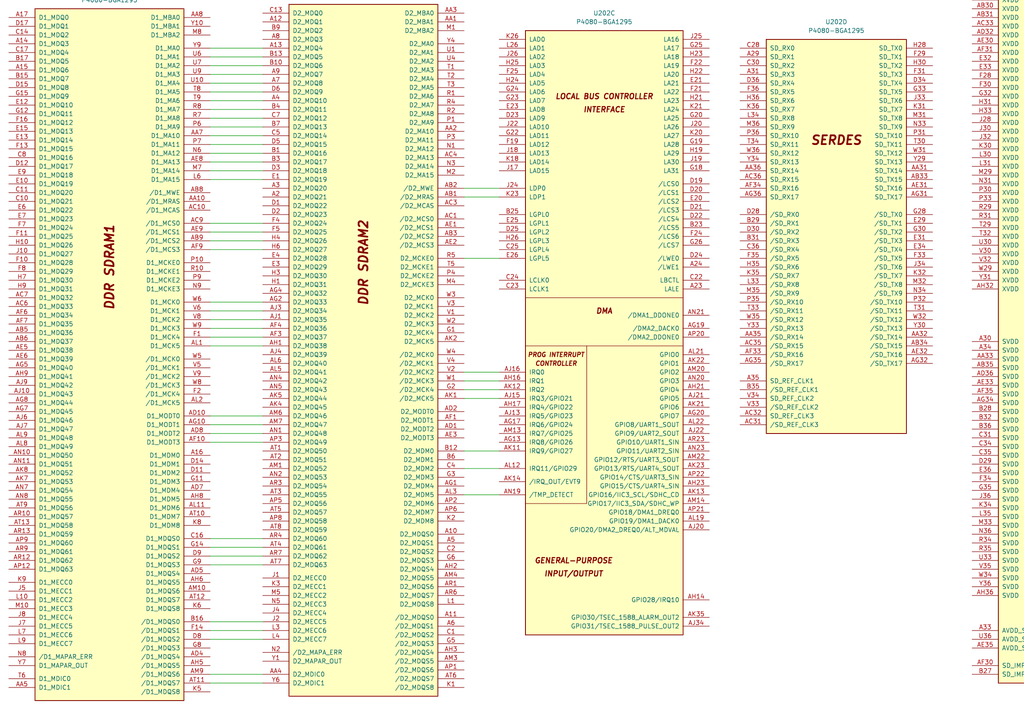
<source format=kicad_sch>
(kicad_sch (version 20250114) (generator "eeschema") (generator_version "9.0")
  (paper "A4")
  (lib_symbols
    (symbol "CPU:P4080-BGA1295" (pin_names (offset 1.016))
      (property "Reference" "U" (at 1.27 19.05 0))
      (property "Value" "P4080-BGA1295" (at 1.27 16.51 0))
      (symbol "P4080-BGA1295_1_1"
        (text "DDR SDRAM1" (at 1.27 26.67 900) (effects (font (size 2.54 2.54) (bold yes) (italic yes))))
        (pin bidirectional line (at -27.94 99.06 0) (length 7.62) (name "D1_MDQ0") (number "A17"))
        (pin bidirectional line (at -27.94 96.52 0) (length 7.62) (name "D1_MDQ1") (number "D17"))
        (pin bidirectional line (at -27.94 93.98 0) (length 7.62) (name "D1_MDQ2") (number "C14"))
        (pin bidirectional line (at -27.94 91.44 0) (length 7.62) (name "D1_MDQ3") (number "A14"))
        (pin bidirectional line (at -27.94 88.9 0) (length 7.62) (name "D1_MDQ4") (number "C17"))
        (pin bidirectional line (at -27.94 86.36 0) (length 7.62) (name "D1_MDQ5") (number "B17"))
        (pin bidirectional line (at -27.94 83.82 0) (length 7.62) (name "D1_MDQ6") (number "A15"))
        (pin bidirectional line (at -27.94 81.28 0) (length 7.62) (name "D1_MDQ7") (number "B15"))
        (pin bidirectional line (at -27.94 78.74 0) (length 7.62) (name "D1_MDQ8") (number "D15"))
        (pin bidirectional line (at -27.94 76.2 0) (length 7.62) (name "D1_MDQ9") (number "G15"))
        (pin bidirectional line (at -27.94 73.66 0) (length 7.62) (name "D1_MDQ10") (number "E12"))
        (pin bidirectional line (at -27.94 71.12 0) (length 7.62) (name "D1_MDQ11") (number "G12"))
        (pin bidirectional line (at -27.94 68.58 0) (length 7.62) (name "D1_MDQ12") (number "F16"))
        (pin bidirectional line (at -27.94 66.04 0) (length 7.62) (name "D1_MDQ13") (number "E15"))
        (pin bidirectional line (at -27.94 63.5 0) (length 7.62) (name "D1_MDQ14") (number "E13"))
        (pin bidirectional line (at -27.94 60.96 0) (length 7.62) (name "D1_MDQ15") (number "F13"))
        (pin bidirectional line (at -27.94 58.42 0) (length 7.62) (name "D1_MDQ16") (number "C8"))
        (pin bidirectional line (at -27.94 55.88 0) (length 7.62) (name "D1_MDQ17") (number "D12"))
        (pin bidirectional line (at -27.94 53.34 0) (length 7.62) (name "D1_MDQ18") (number "E9"))
        (pin bidirectional line (at -27.94 50.8 0) (length 7.62) (name "D1_MDQ19") (number "E10"))
        (pin bidirectional line (at -27.94 48.26 0) (length 7.62) (name "D1_MDQ20") (number "C11"))
        (pin bidirectional line (at -27.94 45.72 0) (length 7.62) (name "D1_MDQ21") (number "C10"))
        (pin bidirectional line (at -27.94 43.18 0) (length 7.62) (name "D1_MDQ22") (number "E6"))
        (pin bidirectional line (at -27.94 40.64 0) (length 7.62) (name "D1_MDQ23") (number "E7"))
        (pin bidirectional line (at -27.94 38.1 0) (length 7.62) (name "D1_MDQ24") (number "F7"))
        (pin bidirectional line (at -27.94 35.56 0) (length 7.62) (name "D1_MDQ25") (number "F11"))
        (pin bidirectional line (at -27.94 33.02 0) (length 7.62) (name "D1_MDQ26") (number "H10"))
        (pin bidirectional line (at -27.94 30.48 0) (length 7.62) (name "D1_MDQ27") (number "J10"))
        (pin bidirectional line (at -27.94 27.94 0) (length 7.62) (name "D1_MDQ28") (number "F10"))
        (pin bidirectional line (at -27.94 25.4 0) (length 7.62) (name "D1_MDQ29") (number "F8"))
        (pin bidirectional line (at -27.94 22.86 0) (length 7.62) (name "D1_MDQ30") (number "H7"))
        (pin bidirectional line (at -27.94 20.32 0) (length 7.62) (name "D1_MDQ31") (number "H9"))
        (pin bidirectional line (at -27.94 17.78 0) (length 7.62) (name "D1_MDQ32") (number "AC7"))
        (pin bidirectional line (at -27.94 15.24 0) (length 7.62) (name "D1_MDQ33") (number "AC6"))
        (pin bidirectional line (at -27.94 12.7 0) (length 7.62) (name "D1_MDQ34") (number "AF6"))
        (pin bidirectional line (at -27.94 10.16 0) (length 7.62) (name "D1_MDQ35") (number "AF7"))
        (pin bidirectional line (at -27.94 7.62 0) (length 7.62) (name "D1_MDQ36") (number "AB5"))
        (pin bidirectional line (at -27.94 5.08 0) (length 7.62) (name "D1_MDQ37") (number "AB6"))
        (pin bidirectional line (at -27.94 2.54 0) (length 7.62) (name "D1_MDQ38") (number "AE5"))
        (pin bidirectional line (at -27.94 0 0) (length 7.62) (name "D1_MDQ39") (number "AE6"))
        (pin bidirectional line (at -27.94 -2.54 0) (length 7.62) (name "D1_MDQ40") (number "AG5"))
        (pin bidirectional line (at -27.94 -5.08 0) (length 7.62) (name "D1_MDQ41") (number "AH9"))
        (pin bidirectional line (at -27.94 -7.62 0) (length 7.62) (name "D1_MDQ42") (number "AJ9"))
        (pin bidirectional line (at -27.94 -10.16 0) (length 7.62) (name "D1_MDQ43") (number "AJ10"))
        (pin bidirectional line (at -27.94 -12.7 0) (length 7.62) (name "D1_MDQ44") (number "AG8"))
        (pin bidirectional line (at -27.94 -15.24 0) (length 7.62) (name "D1_MDQ45") (number "AG7"))
        (pin bidirectional line (at -27.94 -17.78 0) (length 7.62) (name "D1_MDQ46") (number "AJ6"))
        (pin bidirectional line (at -27.94 -20.32 0) (length 7.62) (name "D1_MDQ47") (number "AJ7"))
        (pin bidirectional line (at -27.94 -22.86 0) (length 7.62) (name "D1_MDQ48") (number "AL9"))
        (pin bidirectional line (at -27.94 -25.4 0) (length 7.62) (name "D1_MDQ49") (number "AL8"))
        (pin bidirectional line (at -27.94 -27.94 0) (length 7.62) (name "D1_MDQ50") (number "AN10"))
        (pin bidirectional line (at -27.94 -30.48 0) (length 7.62) (name "D1_MDQ51") (number "AN11"))
        (pin bidirectional line (at -27.94 -33.02 0) (length 7.62) (name "D1_MDQ52") (number "AK8"))
        (pin bidirectional line (at -27.94 -35.56 0) (length 7.62) (name "D1_MDQ53") (number "AK7"))
        (pin bidirectional line (at -27.94 -38.1 0) (length 7.62) (name "D1_MDQ54") (number "AN7"))
        (pin bidirectional line (at -27.94 -40.64 0) (length 7.62) (name "D1_MDQ55") (number "AN8"))
        (pin bidirectional line (at -27.94 -43.18 0) (length 7.62) (name "D1_MDQ56") (number "AT9"))
        (pin bidirectional line (at -27.94 -45.72 0) (length 7.62) (name "D1_MDQ57") (number "AR10"))
        (pin bidirectional line (at -27.94 -48.26 0) (length 7.62) (name "D1_MDQ58") (number "AT13"))
        (pin bidirectional line (at -27.94 -50.8 0) (length 7.62) (name "D1_MDQ59") (number "AR13"))
        (pin bidirectional line (at -27.94 -53.34 0) (length 7.62) (name "D1_MDQ60") (number "AP9"))
        (pin bidirectional line (at -27.94 -55.88 0) (length 7.62) (name "D1_MDQ61") (number "AR9"))
        (pin bidirectional line (at -27.94 -58.42 0) (length 7.62) (name "D1_MDQ62") (number "AR12"))
        (pin bidirectional line (at -27.94 -60.96 0) (length 7.62) (name "D1_MDQ63") (number "AP12"))
        (pin bidirectional line (at -27.94 -64.77 0) (length 7.62) (name "D1_MECC0") (number "K9"))
        (pin bidirectional line (at -27.94 -67.31 0) (length 7.62) (name "D1_MECC1") (number "J5"))
        (pin bidirectional line (at -27.94 -69.85 0) (length 7.62) (name "D1_MECC2") (number "L10"))
        (pin bidirectional line (at -27.94 -72.39 0) (length 7.62) (name "D1_MECC3") (number "M10"))
        (pin bidirectional line (at -27.94 -74.93 0) (length 7.62) (name "D1_MECC4") (number "J8"))
        (pin bidirectional line (at -27.94 -77.47 0) (length 7.62) (name "D1_MECC5") (number "J7"))
        (pin bidirectional line (at -27.94 -80.01 0) (length 7.62) (name "D1_MECC6") (number "L7"))
        (pin bidirectional line (at -27.94 -82.55 0) (length 7.62) (name "D1_MECC7") (number "L9"))
        (pin input line (at -27.94 -86.36 0) (length 7.62) (name "/D1_MAPAR_ERR") (number "N8"))
        (pin output line (at -27.94 -88.9 0) (length 7.62) (name "D1_MAPAR_OUT") (number "Y7"))
        (pin bidirectional line (at -27.94 -92.71 0) (length 7.62) (name "D1_MDIC0") (number "T6"))
        (pin bidirectional line (at -27.94 -95.25 0) (length 7.62) (name "D1_MDIC1") (number "AA5"))
        (pin output line (at 30.48 99.06 180) (length 7.62) (name "D1_MBA0") (number "AA8"))
        (pin output line (at 30.48 96.52 180) (length 7.62) (name "D1_MBA1") (number "Y10"))
        (pin output line (at 30.48 93.98 180) (length 7.62) (name "D1_MBA2") (number "M8"))
        (pin output line (at 30.48 90.17 180) (length 7.62) (name "D1_MA0") (number "Y9"))
        (pin output line (at 30.48 87.63 180) (length 7.62) (name "D1_MA1") (number "U6"))
        (pin output line (at 30.48 85.09 180) (length 7.62) (name "D1_MA2") (number "U7"))
        (pin output line (at 30.48 82.55 180) (length 7.62) (name "D1_MA3") (number "U9"))
        (pin output line (at 30.48 80.01 180) (length 7.62) (name "D1_MA4") (number "U10"))
        (pin output line (at 30.48 77.47 180) (length 7.62) (name "D1_MA5") (number "T8"))
        (pin output line (at 30.48 74.93 180) (length 7.62) (name "D1_MA6") (number "T9"))
        (pin output line (at 30.48 72.39 180) (length 7.62) (name "D1_MA7") (number "R8"))
        (pin output line (at 30.48 69.85 180) (length 7.62) (name "D1_MA8") (number "R7"))
        (pin output line (at 30.48 67.31 180) (length 7.62) (name "D1_MA9") (number "P6"))
        (pin output line (at 30.48 64.77 180) (length 7.62) (name "D1_MA10") (number "AA7"))
        (pin output line (at 30.48 62.23 180) (length 7.62) (name "D1_MA11") (number "P7"))
        (pin output line (at 30.48 59.69 180) (length 7.62) (name "D1_MA12") (number "N6"))
        (pin output line (at 30.48 57.15 180) (length 7.62) (name "D1_MA13") (number "AE8"))
        (pin output line (at 30.48 54.61 180) (length 7.62) (name "D1_MA14") (number "M7"))
        (pin output line (at 30.48 52.07 180) (length 7.62) (name "D1_MA15") (number "L6"))
        (pin output line (at 30.48 48.26 180) (length 7.62) (name "/D1_MWE") (number "AB8"))
        (pin output line (at 30.48 45.72 180) (length 7.62) (name "/D1_MRAS") (number "AA10"))
        (pin output line (at 30.48 43.18 180) (length 7.62) (name "/D1_MCAS") (number "AC10"))
        (pin output line (at 30.48 39.37 180) (length 7.62) (name "/D1_MCS0") (number "AC9"))
        (pin output line (at 30.48 36.83 180) (length 7.62) (name "/D1_MCS1") (number "AE9"))
        (pin output line (at 30.48 34.29 180) (length 7.62) (name "/D1_MCS2") (number "AB9"))
        (pin output line (at 30.48 31.75 180) (length 7.62) (name "/D1_MCS3") (number "AF9"))
        (pin output line (at 30.48 27.94 180) (length 7.62) (name "D1_MCKE0") (number "P10"))
        (pin output line (at 30.48 25.4 180) (length 7.62) (name "D1_MCKE1") (number "R10"))
        (pin output line (at 30.48 22.86 180) (length 7.62) (name "D1_MCKE2") (number "P9"))
        (pin output line (at 30.48 20.32 180) (length 7.62) (name "D1_MCKE3") (number "N9"))
        (pin output line (at 30.48 16.51 180) (length 7.62) (name "D1_MCK0") (number "W6"))
        (pin output line (at 30.48 13.97 180) (length 7.62) (name "D1_MCK1") (number "V6"))
        (pin output line (at 30.48 11.43 180) (length 7.62) (name "D1_MCK2") (number "V8"))
        (pin output line (at 30.48 8.89 180) (length 7.62) (name "D1_MCK3") (number "W9"))
        (pin output line (at 30.48 6.35 180) (length 7.62) (name "D1_MCK4") (number "F1"))
        (pin output line (at 30.48 3.81 180) (length 7.62) (name "D1_MCK5") (number "AL1"))
        (pin output line (at 30.48 0 180) (length 7.62) (name "/D1_MCK0") (number "W5"))
        (pin output line (at 30.48 -2.54 180) (length 7.62) (name "/D1_MCK1") (number "V5"))
        (pin output line (at 30.48 -5.08 180) (length 7.62) (name "/D1_MCK2") (number "V9"))
        (pin output line (at 30.48 -7.62 180) (length 7.62) (name "/D1_MCK3") (number "W8"))
        (pin output line (at 30.48 -10.16 180) (length 7.62) (name "/D1_MCK4") (number "F2"))
        (pin output line (at 30.48 -12.7 180) (length 7.62) (name "/D1_MCK5") (number "AL2"))
        (pin output line (at 30.48 -16.51 180) (length 7.62) (name "D1_MODT0") (number "AD10"))
        (pin output line (at 30.48 -19.05 180) (length 7.62) (name "D1_MODT1") (number "AG10"))
        (pin output line (at 30.48 -21.59 180) (length 7.62) (name "D1_MODT2") (number "AD8"))
        (pin output line (at 30.48 -24.13 180) (length 7.62) (name "D1_MODT3") (number "AF10"))
        (pin output line (at 30.48 -27.94 180) (length 7.62) (name "D1_MDM0") (number "A16"))
        (pin output line (at 30.48 -30.48 180) (length 7.62) (name "D1_MDM1") (number "D14"))
        (pin output line (at 30.48 -33.02 180) (length 7.62) (name "D1_MDM2") (number "D11"))
        (pin output line (at 30.48 -35.56 180) (length 7.62) (name "D1_MDM3") (number "G11"))
        (pin output line (at 30.48 -38.1 180) (length 7.62) (name "D1_MDM4") (number "AD7"))
        (pin output line (at 30.48 -40.64 180) (length 7.62) (name "D1_MDM5") (number "AH8"))
        (pin output line (at 30.48 -43.18 180) (length 7.62) (name "D1_MDM6") (number "AL11"))
        (pin output line (at 30.48 -45.72 180) (length 7.62) (name "D1_MDM7") (number "AT10"))
        (pin output line (at 30.48 -48.26 180) (length 7.62) (name "D1_MDM8") (number "K8"))
        (pin bidirectional line (at 30.48 -52.07 180) (length 7.62) (name "D1_MDQS0") (number "C16"))
        (pin bidirectional line (at 30.48 -54.61 180) (length 7.62) (name "D1_MDQS1") (number "G14"))
        (pin bidirectional line (at 30.48 -57.15 180) (length 7.62) (name "D1_MDQS2") (number "D9"))
        (pin bidirectional line (at 30.48 -59.69 180) (length 7.62) (name "D1_MDQS3") (number "G9"))
        (pin bidirectional line (at 30.48 -62.23 180) (length 7.62) (name "D1_MDQS4") (number "AD5"))
        (pin bidirectional line (at 30.48 -64.77 180) (length 7.62) (name "D1_MDQS5") (number "AH6"))
        (pin bidirectional line (at 30.48 -67.31 180) (length 7.62) (name "D1_MDQS6") (number "AM10"))
        (pin bidirectional line (at 30.48 -69.85 180) (length 7.62) (name "D1_MDQS7") (number "AT12"))
        (pin bidirectional line (at 30.48 -72.39 180) (length 7.62) (name "D1_MDQS8") (number "K6"))
        (pin bidirectional line (at 30.48 -76.2 180) (length 7.62) (name "/D1_MDQS0") (number "B16"))
        (pin bidirectional line (at 30.48 -78.74 180) (length 7.62) (name "/D1_MDQS1") (number "F14"))
        (pin bidirectional line (at 30.48 -81.28 180) (length 7.62) (name "/D1_MDQS2") (number "D8"))
        (pin bidirectional line (at 30.48 -83.82 180) (length 7.62) (name "/D1_MDQS3") (number "G8"))
        (pin bidirectional line (at 30.48 -86.36 180) (length 7.62) (name "/D1_MDQS4") (number "AD4"))
        (pin bidirectional line (at 30.48 -88.9 180) (length 7.62) (name "/D1_MDQS5") (number "AH5"))
        (pin bidirectional line (at 30.48 -91.44 180) (length 7.62) (name "/D1_MDQS6") (number "AM9"))
        (pin bidirectional line (at 30.48 -93.98 180) (length 7.62) (name "/D1_MDQS7") (number "AT11"))
        (pin bidirectional line (at 30.48 -96.52 180) (length 7.62) (name "/D1_MDQS8") (number "K5"))
      )
      (symbol "P4080-BGA1295_2_1"
        (text "DDR SDRAM2" (at 1.27 26.67 900) (effects (font (size 2.54 2.54) (bold yes) (italic yes))))
        (pin bidirectional line (at -27.94 99.06 0) (length 7.62) (name "D2_MDQ0") (number "C13"))
        (pin bidirectional line (at -27.94 96.52 0) (length 7.62) (name "D2_MDQ1") (number "A12"))
        (pin bidirectional line (at -27.94 93.98 0) (length 7.62) (name "D2_MDQ2") (number "B9"))
        (pin bidirectional line (at -27.94 91.44 0) (length 7.62) (name "D2_MDQ3") (number "A8"))
        (pin bidirectional line (at -27.94 88.9 0) (length 7.62) (name "D2_MDQ4") (number "A13"))
        (pin bidirectional line (at -27.94 86.36 0) (length 7.62) (name "D2_MDQ5") (number "B13"))
        (pin bidirectional line (at -27.94 83.82 0) (length 7.62) (name "D2_MDQ6") (number "B10"))
        (pin bidirectional line (at -27.94 81.28 0) (length 7.62) (name "D2_MDQ7") (number "A9"))
        (pin bidirectional line (at -27.94 78.74 0) (length 7.62) (name "D2_MDQ8") (number "A7"))
        (pin bidirectional line (at -27.94 76.2 0) (length 7.62) (name "D2_MDQ9") (number "D6"))
        (pin bidirectional line (at -27.94 73.66 0) (length 7.62) (name "D2_MDQ10") (number "A4"))
        (pin bidirectional line (at -27.94 71.12 0) (length 7.62) (name "D2_MDQ11") (number "B4"))
        (pin bidirectional line (at -27.94 68.58 0) (length 7.62) (name "D2_MDQ12") (number "C7"))
        (pin bidirectional line (at -27.94 66.04 0) (length 7.62) (name "D2_MDQ13") (number "B7"))
        (pin bidirectional line (at -27.94 63.5 0) (length 7.62) (name "D2_MDQ14") (number "C5"))
        (pin bidirectional line (at -27.94 60.96 0) (length 7.62) (name "D2_MDQ15") (number "D5"))
        (pin bidirectional line (at -27.94 58.42 0) (length 7.62) (name "D2_MDQ16") (number "B1"))
        (pin bidirectional line (at -27.94 55.88 0) (length 7.62) (name "D2_MDQ17") (number "B3"))
        (pin bidirectional line (at -27.94 53.34 0) (length 7.62) (name "D2_MDQ18") (number "D3"))
        (pin bidirectional line (at -27.94 50.8 0) (length 7.62) (name "D2_MDQ19") (number "E1"))
        (pin bidirectional line (at -27.94 48.26 0) (length 7.62) (name "D2_MDQ20") (number "A3"))
        (pin bidirectional line (at -27.94 45.72 0) (length 7.62) (name "D2_MDQ21") (number "A2"))
        (pin bidirectional line (at -27.94 43.18 0) (length 7.62) (name "D2_MDQ22") (number "D1"))
        (pin bidirectional line (at -27.94 40.64 0) (length 7.62) (name "D2_MDQ23") (number "D2"))
        (pin bidirectional line (at -27.94 38.1 0) (length 7.62) (name "D2_MDQ24") (number "F4"))
        (pin bidirectional line (at -27.94 35.56 0) (length 7.62) (name "D2_MDQ25") (number "F5"))
        (pin bidirectional line (at -27.94 33.02 0) (length 7.62) (name "D2_MDQ26") (number "H4"))
        (pin bidirectional line (at -27.94 30.48 0) (length 7.62) (name "D2_MDQ27") (number "H6"))
        (pin bidirectional line (at -27.94 27.94 0) (length 7.62) (name "D2_MDQ28") (number "E4"))
        (pin bidirectional line (at -27.94 25.4 0) (length 7.62) (name "D2_MDQ29") (number "E3"))
        (pin bidirectional line (at -27.94 22.86 0) (length 7.62) (name "D2_MDQ30") (number "H3"))
        (pin bidirectional line (at -27.94 20.32 0) (length 7.62) (name "D2_MDQ31") (number "H1"))
        (pin bidirectional line (at -27.94 17.78 0) (length 7.62) (name "D2_MDQ32") (number "AG4"))
        (pin bidirectional line (at -27.94 15.24 0) (length 7.62) (name "D2_MDQ33") (number "AG2"))
        (pin bidirectional line (at -27.94 12.7 0) (length 7.62) (name "D2_MDQ34") (number "AJ3"))
        (pin bidirectional line (at -27.94 10.16 0) (length 7.62) (name "D2_MDQ35") (number "AJ1"))
        (pin bidirectional line (at -27.94 7.62 0) (length 7.62) (name "D2_MDQ36") (number "AF4"))
        (pin bidirectional line (at -27.94 5.08 0) (length 7.62) (name "D2_MDQ37") (number "AF3"))
        (pin bidirectional line (at -27.94 2.54 0) (length 7.62) (name "D2_MDQ38") (number "AH1"))
        (pin bidirectional line (at -27.94 0 0) (length 7.62) (name "D2_MDQ39") (number "AJ4"))
        (pin bidirectional line (at -27.94 -2.54 0) (length 7.62) (name "D2_MDQ40") (number "AL6"))
        (pin bidirectional line (at -27.94 -5.08 0) (length 7.62) (name "D2_MDQ41") (number "AL5"))
        (pin bidirectional line (at -27.94 -7.62 0) (length 7.62) (name "D2_MDQ42") (number "AN4"))
        (pin bidirectional line (at -27.94 -10.16 0) (length 7.62) (name "D2_MDQ43") (number "AN5"))
        (pin bidirectional line (at -27.94 -12.7 0) (length 7.62) (name "D2_MDQ44") (number "AK5"))
        (pin bidirectional line (at -27.94 -15.24 0) (length 7.62) (name "D2_MDQ45") (number "AK4"))
        (pin bidirectional line (at -27.94 -17.78 0) (length 7.62) (name "D2_MDQ46") (number "AM6"))
        (pin bidirectional line (at -27.94 -20.32 0) (length 7.62) (name "D2_MDQ47") (number "AM7"))
        (pin bidirectional line (at -27.94 -22.86 0) (length 7.62) (name "D2_MDQ48") (number "AN1"))
        (pin bidirectional line (at -27.94 -25.4 0) (length 7.62) (name "D2_MDQ49") (number "AP3"))
        (pin bidirectional line (at -27.94 -27.94 0) (length 7.62) (name "D2_MDQ50") (number "AT1"))
        (pin bidirectional line (at -27.94 -30.48 0) (length 7.62) (name "D2_MDQ51") (number "AT2"))
        (pin bidirectional line (at -27.94 -33.02 0) (length 7.62) (name "D2_MDQ52") (number "AM1"))
        (pin bidirectional line (at -27.94 -35.56 0) (length 7.62) (name "D2_MDQ53") (number "AN2"))
        (pin bidirectional line (at -27.94 -38.1 0) (length 7.62) (name "D2_MDQ54") (number "AR3"))
        (pin bidirectional line (at -27.94 -40.64 0) (length 7.62) (name "D2_MDQ55") (number "AT3"))
        (pin bidirectional line (at -27.94 -43.18 0) (length 7.62) (name "D2_MDQ56") (number "AP5"))
        (pin bidirectional line (at -27.94 -45.72 0) (length 7.62) (name "D2_MDQ57") (number "AT5"))
        (pin bidirectional line (at -27.94 -48.26 0) (length 7.62) (name "D2_MDQ58") (number "AP8"))
        (pin bidirectional line (at -27.94 -50.8 0) (length 7.62) (name "D2_MDQ59") (number "AT8"))
        (pin bidirectional line (at -27.94 -53.34 0) (length 7.62) (name "D2_MDQ60") (number "AR4"))
        (pin bidirectional line (at -27.94 -55.88 0) (length 7.62) (name "D2_MDQ61") (number "AT4"))
        (pin bidirectional line (at -27.94 -58.42 0) (length 7.62) (name "D2_MDQ62") (number "AR7"))
        (pin bidirectional line (at -27.94 -60.96 0) (length 7.62) (name "D2_MDQ63") (number "AT7"))
        (pin bidirectional line (at -27.94 -64.77 0) (length 7.62) (name "D2_MECC0") (number "J1"))
        (pin bidirectional line (at -27.94 -67.31 0) (length 7.62) (name "D2_MECC1") (number "K3"))
        (pin bidirectional line (at -27.94 -69.85 0) (length 7.62) (name "D2_MECC2") (number "M5"))
        (pin bidirectional line (at -27.94 -72.39 0) (length 7.62) (name "D2_MECC3") (number "N5"))
        (pin bidirectional line (at -27.94 -74.93 0) (length 7.62) (name "D2_MECC4") (number "J4"))
        (pin bidirectional line (at -27.94 -77.47 0) (length 7.62) (name "D2_MECC5") (number "J2"))
        (pin bidirectional line (at -27.94 -80.01 0) (length 7.62) (name "D2_MECC6") (number "L3"))
        (pin bidirectional line (at -27.94 -82.55 0) (length 7.62) (name "D2_MECC7") (number "L4"))
        (pin input line (at -27.94 -86.36 0) (length 7.62) (name "/D2_MAPA_ERR") (number "N2"))
        (pin output line (at -27.94 -88.9 0) (length 7.62) (name "D2_MAPAR_OUT") (number "Y1"))
        (pin bidirectional line (at -27.94 -92.71 0) (length 7.62) (name "D2_MDIC0") (number "AA4"))
        (pin bidirectional line (at -27.94 -95.25 0) (length 7.62) (name "D2_MDIC1") (number "Y6"))
        (pin output line (at 30.48 99.06 180) (length 7.62) (name "D2_MBA0") (number "AA3"))
        (pin output line (at 30.48 96.52 180) (length 7.62) (name "D2_MBA1") (number "AA1"))
        (pin output line (at 30.48 93.98 180) (length 7.62) (name "D2_MBA2") (number "M1"))
        (pin output line (at 30.48 90.17 180) (length 7.62) (name "D2_MA0") (number "Y4"))
        (pin output line (at 30.48 87.63 180) (length 7.62) (name "D2_MA1") (number "U1"))
        (pin output line (at 30.48 85.09 180) (length 7.62) (name "D2_MA2") (number "U4"))
        (pin output line (at 30.48 82.55 180) (length 7.62) (name "D2_MA3") (number "T1"))
        (pin output line (at 30.48 80.01 180) (length 7.62) (name "D2_MA4") (number "T2"))
        (pin output line (at 30.48 77.47 180) (length 7.62) (name "D2_MA5") (number "T3"))
        (pin output line (at 30.48 74.93 180) (length 7.62) (name "D2_MA6") (number "R1"))
        (pin output line (at 30.48 72.39 180) (length 7.62) (name "D2_MA7") (number "R4"))
        (pin output line (at 30.48 69.85 180) (length 7.62) (name "D2_MA8") (number "R2"))
        (pin output line (at 30.48 67.31 180) (length 7.62) (name "D2_MA9") (number "P1"))
        (pin output line (at 30.48 64.77 180) (length 7.62) (name "D2_MA10") (number "AA2"))
        (pin output line (at 30.48 62.23 180) (length 7.62) (name "D2_MA11") (number "P3"))
        (pin output line (at 30.48 59.69 180) (length 7.62) (name "D2_MA12") (number "N1"))
        (pin output line (at 30.48 57.15 180) (length 7.62) (name "D2_MA13") (number "AC4"))
        (pin output line (at 30.48 54.61 180) (length 7.62) (name "D2_MA14") (number "N3"))
        (pin output line (at 30.48 52.07 180) (length 7.62) (name "D2_MA15") (number "M2"))
        (pin output line (at 30.48 48.26 180) (length 7.62) (name "/D2_MWE") (number "AB2"))
        (pin output line (at 30.48 45.72 180) (length 7.62) (name "/D2_MRAS") (number "AB1"))
        (pin output line (at 30.48 43.18 180) (length 7.62) (name "/D2_MCAS") (number "AC3"))
        (pin output line (at 30.48 39.37 180) (length 7.62) (name "/D2_MCS0") (number "AC1"))
        (pin output line (at 30.48 36.83 180) (length 7.62) (name "/D2_MCS1") (number "AE1"))
        (pin output line (at 30.48 34.29 180) (length 7.62) (name "/D2_MCS2") (number "AB3"))
        (pin output line (at 30.48 31.75 180) (length 7.62) (name "/D2_MCS3") (number "AE2"))
        (pin output line (at 30.48 27.94 180) (length 7.62) (name "D2_MCKE0") (number "R5"))
        (pin output line (at 30.48 25.4 180) (length 7.62) (name "D2_MCKE1") (number "T5"))
        (pin output line (at 30.48 22.86 180) (length 7.62) (name "D2_MCKE2") (number "P4"))
        (pin output line (at 30.48 20.32 180) (length 7.62) (name "D2_MCKE3") (number "M4"))
        (pin output line (at 30.48 16.51 180) (length 7.62) (name "D2_MCK0") (number "W3"))
        (pin output line (at 30.48 13.97 180) (length 7.62) (name "D2_MCK1") (number "V3"))
        (pin output line (at 30.48 11.43 180) (length 7.62) (name "D2_MCK2") (number "V1"))
        (pin output line (at 30.48 8.89 180) (length 7.62) (name "D2_MCK3") (number "W2"))
        (pin output line (at 30.48 6.35 180) (length 7.62) (name "D2_MCK4") (number "G1"))
        (pin output line (at 30.48 3.81 180) (length 7.62) (name "D2_MCK5") (number "AK2"))
        (pin output line (at 30.48 0 180) (length 7.62) (name "/D2_MCK0") (number "W4"))
        (pin output line (at 30.48 -2.54 180) (length 7.62) (name "/D2_MCK1") (number "V4"))
        (pin output line (at 30.48 -5.08 180) (length 7.62) (name "/D2_MCK2") (number "V2"))
        (pin output line (at 30.48 -7.62 180) (length 7.62) (name "/D2_MCK3") (number "W1"))
        (pin output line (at 30.48 -10.16 180) (length 7.62) (name "/D2_MCK4") (number "G2"))
        (pin output line (at 30.48 -12.7 180) (length 7.62) (name "/D2_MCK5") (number "AK1"))
        (pin output line (at 30.48 -16.51 180) (length 7.62) (name "D2_MODT0") (number "AD2"))
        (pin output line (at 30.48 -19.05 180) (length 7.62) (name "D2_MODT1") (number "AF1"))
        (pin output line (at 30.48 -21.59 180) (length 7.62) (name "D2_MODT2") (number "AD1"))
        (pin output line (at 30.48 -24.13 180) (length 7.62) (name "D2_MODT3") (number "AE3"))
        (pin output line (at 30.48 -27.94 180) (length 7.62) (name "D2_MDM0") (number "B12"))
        (pin output line (at 30.48 -30.48 180) (length 7.62) (name "D2_MDM1") (number "B6"))
        (pin output line (at 30.48 -33.02 180) (length 7.62) (name "D2_MDM2") (number "C4"))
        (pin output line (at 30.48 -35.56 180) (length 7.62) (name "D2_MDM3") (number "G3"))
        (pin output line (at 30.48 -38.1 180) (length 7.62) (name "D2_MDM4") (number "AG1"))
        (pin output line (at 30.48 -40.64 180) (length 7.62) (name "D2_MDM5") (number "AL3"))
        (pin output line (at 30.48 -43.18 180) (length 7.62) (name "D2_MDM6") (number "AP2"))
        (pin output line (at 30.48 -45.72 180) (length 7.62) (name "D2_MDM7") (number "AP6"))
        (pin output line (at 30.48 -48.26 180) (length 7.62) (name "D2_MDM8") (number "K2"))
        (pin bidirectional line (at 30.48 -52.07 180) (length 7.62) (name "D2_MDQS0") (number "A10"))
        (pin bidirectional line (at 30.48 -54.61 180) (length 7.62) (name "D2_MDQS1") (number "A5"))
        (pin bidirectional line (at 30.48 -57.15 180) (length 7.62) (name "D2_MDQS2") (number "C2"))
        (pin bidirectional line (at 30.48 -59.69 180) (length 7.62) (name "D2_MDQS3") (number "G6"))
        (pin bidirectional line (at 30.48 -62.23 180) (length 7.62) (name "D2_MDQS4") (number "AH2"))
        (pin bidirectional line (at 30.48 -64.77 180) (length 7.62) (name "D2_MDQS5") (number "AM4"))
        (pin bidirectional line (at 30.48 -67.31 180) (length 7.62) (name "D2_MDQS6") (number "AR1"))
        (pin bidirectional line (at 30.48 -69.85 180) (length 7.62) (name "D2_MDQS7") (number "AR6"))
        (pin bidirectional line (at 30.48 -72.39 180) (length 7.62) (name "D2_MDQS8") (number "L1"))
        (pin bidirectional line (at 30.48 -76.2 180) (length 7.62) (name "/D2_MDQS0") (number "A11"))
        (pin bidirectional line (at 30.48 -78.74 180) (length 7.62) (name "/D2_MDQS1") (number "A6"))
        (pin bidirectional line (at 30.48 -81.28 180) (length 7.62) (name "/D2_MDQS2") (number "C1"))
        (pin bidirectional line (at 30.48 -83.82 180) (length 7.62) (name "/D2_MDQS3") (number "G5"))
        (pin bidirectional line (at 30.48 -86.36 180) (length 7.62) (name "/D2_MDQS4") (number "AH3"))
        (pin bidirectional line (at 30.48 -88.9 180) (length 7.62) (name "/D2_MDQS5") (number "AM3"))
        (pin bidirectional line (at 30.48 -91.44 180) (length 7.62) (name "/D2_MDQS6") (number "AP1"))
        (pin bidirectional line (at 30.48 -93.98 180) (length 7.62) (name "/D2_MDQS7") (number "AT6"))
        (pin bidirectional line (at 30.48 -96.52 180) (length 7.62) (name "/D2_MDQS8") (number "K1"))
      )
      (symbol "P4080-BGA1295_3_1"
        (text "PROG INTERRUPT" (at -13.97 -5.08 0) (effects (font (size 1.27 1.27) (bold yes) (italic yes))))
        (text "CONTROLLER" (at -13.97 -7.62 0) (effects (font (size 1.27 1.27) (bold yes) (italic yes))))
        (text "GENERAL-PURPOSE" (at -8.89 -64.77 0) (effects (font (size 1.524 1.524) (bold yes) (italic yes))))
        (text "INPUT/OUTPUT" (at -8.89 -68.58 0) (effects (font (size 1.524 1.524) (bold yes) (italic yes))))
        (text "LOCAL BUS CONTROLLER" (at 0 69.85 0) (effects (font (size 1.524 1.524) (bold yes) (italic yes))))
        (text "INTERFACE" (at 0 66.04 0) (effects (font (size 1.524 1.524) (bold yes) (italic yes))))
        (text "DMA" (at 0 7.62 0) (effects (font (size 1.524 1.524) (bold yes) (italic yes))))
        (pin bidirectional line (at -30.48 86.36 0) (length 7.62) (name "LAD0") (number "K26"))
        (pin bidirectional line (at -30.48 83.82 0) (length 7.62) (name "LAD1") (number "L26"))
        (pin bidirectional line (at -30.48 81.28 0) (length 7.62) (name "LAD2") (number "J26"))
        (pin bidirectional line (at -30.48 78.74 0) (length 7.62) (name "LAD3") (number "H25"))
        (pin bidirectional line (at -30.48 76.2 0) (length 7.62) (name "LAD4") (number "F25"))
        (pin bidirectional line (at -30.48 73.66 0) (length 7.62) (name "LAD5") (number "H24"))
        (pin bidirectional line (at -30.48 71.12 0) (length 7.62) (name "LAD6") (number "G24"))
        (pin bidirectional line (at -30.48 68.58 0) (length 7.62) (name "LAD7") (number "G23"))
        (pin bidirectional line (at -30.48 66.04 0) (length 7.62) (name "LAD8") (number "E23"))
        (pin bidirectional line (at -30.48 63.5 0) (length 7.62) (name "LAD9") (number "D23"))
        (pin bidirectional line (at -30.48 60.96 0) (length 7.62) (name "LAD10") (number "J22"))
        (pin bidirectional line (at -30.48 58.42 0) (length 7.62) (name "LAD11") (number "G22"))
        (pin bidirectional line (at -30.48 55.88 0) (length 7.62) (name "LAD12") (number "F19"))
        (pin bidirectional line (at -30.48 53.34 0) (length 7.62) (name "LAD13") (number "J18"))
        (pin bidirectional line (at -30.48 50.8 0) (length 7.62) (name "LAD14") (number "K18"))
        (pin bidirectional line (at -30.48 48.26 0) (length 7.62) (name "LAD15") (number "J17"))
        (pin bidirectional line (at -30.48 43.18 0) (length 7.62) (name "LDP0") (number "J24"))
        (pin bidirectional line (at -30.48 40.64 0) (length 7.62) (name "LDP1") (number "K23"))
        (pin output line (at -30.48 35.56 0) (length 7.62) (name "LGPL0") (number "B25"))
        (pin output line (at -30.48 33.02 0) (length 7.62) (name "LGPL1") (number "E25"))
        (pin output line (at -30.48 30.48 0) (length 7.62) (name "LGPL2") (number "D25"))
        (pin output line (at -30.48 27.94 0) (length 7.62) (name "LGPL3") (number "H26"))
        (pin bidirectional line (at -30.48 25.4 0) (length 7.62) (name "LGPL4") (number "C25"))
        (pin output line (at -30.48 22.86 0) (length 7.62) (name "LGPL5") (number "E26"))
        (pin output line (at -30.48 16.51 0) (length 7.62) (name "LCLK0") (number "C24"))
        (pin output line (at -30.48 13.97 0) (length 7.62) (name "LCLK1") (number "C23"))
        (pin input line (at -30.48 -10.16 0) (length 7.62) (name "IRQ0") (number "AJ16"))
        (pin input line (at -30.48 -12.7 0) (length 7.62) (name "IRQ1") (number "AH16"))
        (pin input line (at -30.48 -15.24 0) (length 7.62) (name "IRQ2") (number "AK12"))
        (pin input line (at -30.48 -17.78 0) (length 7.62) (name "IRQ3/GPIO21") (number "AJ15"))
        (pin input line (at -30.48 -20.32 0) (length 7.62) (name "IRQ4/GPIO22") (number "AH17"))
        (pin input line (at -30.48 -22.86 0) (length 7.62) (name "IRQ5/GPIO23") (number "AJ13"))
        (pin input line (at -30.48 -25.4 0) (length 7.62) (name "IRQ6/GPIO24") (number "AG17"))
        (pin input line (at -30.48 -27.94 0) (length 7.62) (name "IRQ7/GPIO25") (number "AM13"))
        (pin input line (at -30.48 -30.48 0) (length 7.62) (name "IRQ8/GPIO26") (number "AG13"))
        (pin input line (at -30.48 -33.02 0) (length 7.62) (name "IRQ9/GPIO27") (number "AK11"))
        (pin input line (at -30.48 -38.1 0) (length 7.62) (name "IRQ11/GPIO29") (number "AL12"))
        (pin output line (at -30.48 -41.91 0) (length 7.62) (name "/IRQ_OUT/EVT9") (number "AK14"))
        (pin input line (at -30.48 -45.72 0) (length 7.62) (name "/TMP_DETECT") (number "AN19"))
        (pin output line (at 30.48 86.36 180) (length 7.62) (name "LA16") (number "J25"))
        (pin output line (at 30.48 83.82 180) (length 7.62) (name "LA17") (number "G25"))
        (pin output line (at 30.48 81.28 180) (length 7.62) (name "LA18") (number "H23"))
        (pin output line (at 30.48 78.74 180) (length 7.62) (name "LA19") (number "F22"))
        (pin output line (at 30.48 76.2 180) (length 7.62) (name "LA20") (number "H22"))
        (pin output line (at 30.48 73.66 180) (length 7.62) (name "LA21") (number "E21"))
        (pin output line (at 30.48 71.12 180) (length 7.62) (name "LA22") (number "F21"))
        (pin output line (at 30.48 68.58 180) (length 7.62) (name "LA23") (number "H21"))
        (pin output line (at 30.48 66.04 180) (length 7.62) (name "LA24") (number "K21"))
        (pin output line (at 30.48 63.5 180) (length 7.62) (name "LA25") (number "G20"))
        (pin output line (at 30.48 60.96 180) (length 7.62) (name "LA26") (number "J20"))
        (pin output line (at 30.48 58.42 180) (length 7.62) (name "LA27") (number "K20"))
        (pin output line (at 30.48 55.88 180) (length 7.62) (name "LA28") (number "G19"))
        (pin output line (at 30.48 53.34 180) (length 7.62) (name "LA29") (number "H19"))
        (pin output line (at 30.48 50.8 180) (length 7.62) (name "LA30") (number "J19"))
        (pin output line (at 30.48 48.26 180) (length 7.62) (name "LA31") (number "G18"))
        (pin output line (at 30.48 44.45 180) (length 7.62) (name "/LCS0") (number "D19"))
        (pin output line (at 30.48 41.91 180) (length 7.62) (name "/LCS1") (number "D20"))
        (pin output line (at 30.48 39.37 180) (length 7.62) (name "/LCS2") (number "E20"))
        (pin output line (at 30.48 36.83 180) (length 7.62) (name "/LCS3") (number "D21"))
        (pin output line (at 30.48 34.29 180) (length 7.62) (name "/LCS4") (number "D22"))
        (pin output line (at 30.48 31.75 180) (length 7.62) (name "/LCS5") (number "B23"))
        (pin output line (at 30.48 29.21 180) (length 7.62) (name "/LCS6") (number "F24"))
        (pin output line (at 30.48 26.67 180) (length 7.62) (name "/LCS7") (number "G26"))
        (pin output line (at 30.48 22.86 180) (length 7.62) (name "/LWE0") (number "D24"))
        (pin output line (at 30.48 20.32 180) (length 7.62) (name "/LWE1") (number "A24"))
        (pin output line (at 30.48 16.51 180) (length 7.62) (name "LBCTL") (number "C22"))
        (pin bidirectional line (at 30.48 13.97 180) (length 7.62) (name "LALE") (number "A23"))
        (pin output line (at 30.48 6.35 180) (length 7.62) (name "/DMA1_DDONE0") (number "AN21"))
        (pin output line (at 30.48 2.54 180) (length 7.62) (name "/DMA2_DACK0") (number "AG19"))
        (pin output line (at 30.48 0 180) (length 7.62) (name "/DMA2_DDONE0") (number "AP20"))
        (pin bidirectional line (at 30.48 -5.08 180) (length 7.62) (name "GPIO0") (number "AL21"))
        (pin bidirectional line (at 30.48 -7.62 180) (length 7.62) (name "GPIO1") (number "AK22"))
        (pin bidirectional line (at 30.48 -10.16 180) (length 7.62) (name "GPIO2") (number "AM20"))
        (pin bidirectional line (at 30.48 -12.7 180) (length 7.62) (name "GPIO3") (number "AN20"))
        (pin bidirectional line (at 30.48 -15.24 180) (length 7.62) (name "GPIO4") (number "AH21"))
        (pin bidirectional line (at 30.48 -17.78 180) (length 7.62) (name "GPIO5") (number "AJ21"))
        (pin bidirectional line (at 30.48 -20.32 180) (length 7.62) (name "GPIO6") (number "AK21"))
        (pin bidirectional line (at 30.48 -22.86 180) (length 7.62) (name "GPIO7") (number "AG20"))
        (pin bidirectional line (at 30.48 -25.4 180) (length 7.62) (name "GPIO8/UART1_SOUT") (number "AL22"))
        (pin bidirectional line (at 30.48 -27.94 180) (length 7.62) (name "GPIO9/UART2_SOUT") (number "AJ22"))
        (pin bidirectional line (at 30.48 -30.48 180) (length 7.62) (name "GPIO10/UART1_SIN") (number "AR23"))
        (pin bidirectional line (at 30.48 -33.02 180) (length 7.62) (name "GPIO11/UART2_SIN") (number "AN23"))
        (pin bidirectional line (at 30.48 -35.56 180) (length 7.62) (name "GPIO12/RTS/UART3_SOUT") (number "AM22"))
        (pin bidirectional line (at 30.48 -38.1 180) (length 7.62) (name "GPIO13/RTS/UART4_SOUT") (number "AK23"))
        (pin bidirectional line (at 30.48 -40.64 180) (length 7.62) (name "GPIO14/CTS/UART3_SIN") (number "AP22"))
        (pin bidirectional line (at 30.48 -43.18 180) (length 7.62) (name "GPIO15/CTS/UART4_SIN") (number "AH23"))
        (pin bidirectional line (at 30.48 -45.72 180) (length 7.62) (name "GPIO16/IIC3_SCL/SDHC_CD") (number "AK13"))
        (pin bidirectional line (at 30.48 -48.26 180) (length 7.62) (name "GPIO17/IIC3_SDA/SDHC_WP") (number "AM14"))
        (pin bidirectional line (at 30.48 -50.8 180) (length 7.62) (name "GPIO18/DMA1_DREQ0") (number "AP21"))
        (pin bidirectional line (at 30.48 -53.34 180) (length 7.62) (name "GPIO19/DMA1_DACK0") (number "AL19"))
        (pin bidirectional line (at 30.48 -55.88 180) (length 7.62) (name "GPIO20/DMA2_DREQ0/ALT_MDVAL") (number "AJ20"))
        (pin bidirectional line (at 30.48 -76.2 180) (length 7.62) (name "GPIO28/IRQ10") (number "AH14"))
        (pin bidirectional line (at 30.48 -81.28 180) (length 7.62) (name "GPIO30/TSEC_1588_ALARM_OUT2") (number "AK35"))
        (pin bidirectional line (at 30.48 -83.82 180) (length 7.62) (name "GPIO31/TSEC_1588_PULSE_OUT2") (number "AJ34"))
      )
      (symbol "P4080-BGA1295_4_1"
        (text "SERDES" (at 0 29.21 0) (effects (font (size 2.54 2.54) (bold yes) (italic yes))))
        (pin input line (at -27.94 55.88 0) (length 7.62) (name "SD_RX0") (number "C28"))
        (pin input line (at -27.94 53.34 0) (length 7.62) (name "SD_RX1") (number "A29"))
        (pin input line (at -27.94 50.8 0) (length 7.62) (name "SD_RX2") (number "C30"))
        (pin input line (at -27.94 48.26 0) (length 7.62) (name "SD_RX3") (number "A31"))
        (pin input line (at -27.94 45.72 0) (length 7.62) (name "SD_RX4") (number "D36"))
        (pin input line (at -27.94 43.18 0) (length 7.62) (name "SD_RX5") (number "F36"))
        (pin input line (at -27.94 40.64 0) (length 7.62) (name "SD_RX6") (number "H36"))
        (pin input line (at -27.94 38.1 0) (length 7.62) (name "SD_RX7") (number "K36"))
        (pin input line (at -27.94 35.56 0) (length 7.62) (name "SD_RX8") (number "L34"))
        (pin input line (at -27.94 33.02 0) (length 7.62) (name "SD_RX9") (number "M36"))
        (pin input line (at -27.94 30.48 0) (length 7.62) (name "SD_RX10") (number "P36"))
        (pin input line (at -27.94 27.94 0) (length 7.62) (name "SD_RX11") (number "T34"))
        (pin input line (at -27.94 25.4 0) (length 7.62) (name "SD_RX12") (number "W36"))
        (pin input line (at -27.94 22.86 0) (length 7.62) (name "SD_RX13") (number "Y34"))
        (pin input line (at -27.94 20.32 0) (length 7.62) (name "SD_RX14") (number "AA36"))
        (pin input line (at -27.94 17.78 0) (length 7.62) (name "SD_RX15") (number "AC36"))
        (pin input line (at -27.94 15.24 0) (length 7.62) (name "SD_RX16") (number "AF34"))
        (pin input line (at -27.94 12.7 0) (length 7.62) (name "SD_RX17") (number "AG36"))
        (pin input line (at -27.94 7.62 0) (length 7.62) (name "/SD_RX0") (number "D28"))
        (pin input line (at -27.94 5.08 0) (length 7.62) (name "/SD_RX1") (number "B29"))
        (pin input line (at -27.94 2.54 0) (length 7.62) (name "/SD_RX2") (number "D30"))
        (pin input line (at -27.94 0 0) (length 7.62) (name "/SD_RX3") (number "B31"))
        (pin input line (at -27.94 -2.54 0) (length 7.62) (name "/SD_RX4") (number "C36"))
        (pin input line (at -27.94 -5.08 0) (length 7.62) (name "/SD_RX5") (number "F35"))
        (pin input line (at -27.94 -7.62 0) (length 7.62) (name "/SD_RX6") (number "H35"))
        (pin input line (at -27.94 -10.16 0) (length 7.62) (name "/SD_RX7") (number "K35"))
        (pin input line (at -27.94 -12.7 0) (length 7.62) (name "/SD_RX8") (number "L33"))
        (pin input line (at -27.94 -15.24 0) (length 7.62) (name "/SD_RX9") (number "M35"))
        (pin input line (at -27.94 -17.78 0) (length 7.62) (name "/SD_RX10") (number "P35"))
        (pin input line (at -27.94 -20.32 0) (length 7.62) (name "/SD_RX11") (number "T33"))
        (pin input line (at -27.94 -22.86 0) (length 7.62) (name "/SD_RX12") (number "W35"))
        (pin input line (at -27.94 -25.4 0) (length 7.62) (name "/SD_RX13") (number "Y33"))
        (pin input line (at -27.94 -27.94 0) (length 7.62) (name "/SD_RX14") (number "AA35"))
        (pin input line (at -27.94 -30.48 0) (length 7.62) (name "/SD_RX15") (number "AC35"))
        (pin input line (at -27.94 -33.02 0) (length 7.62) (name "/SD_RX16") (number "AF33"))
        (pin input line (at -27.94 -35.56 0) (length 7.62) (name "/SD_RX17") (number "AG35"))
        (pin input line (at -27.94 -40.64 0) (length 7.62) (name "SD_REF_CLK1") (number "A35"))
        (pin input line (at -27.94 -43.18 0) (length 7.62) (name "/SD_REF_CLK1") (number "B35"))
        (pin input line (at -27.94 -45.72 0) (length 7.62) (name "SD_REF_CLK2") (number "V34"))
        (pin input line (at -27.94 -48.26 0) (length 7.62) (name "/SD_REF_CLK2") (number "V33"))
        (pin input line (at -27.94 -50.8 0) (length 7.62) (name "SD_REF_CLK3") (number "AC32"))
        (pin input line (at -27.94 -53.34 0) (length 7.62) (name "/SD_REF_CLK3") (number "AC31"))
        (pin output line (at 27.94 55.88 180) (length 7.62) (name "SD_TX0") (number "H28"))
        (pin output line (at 27.94 53.34 180) (length 7.62) (name "SD_TX1") (number "F29"))
        (pin output line (at 27.94 50.8 180) (length 7.62) (name "SD_TX2") (number "H30"))
        (pin output line (at 27.94 48.26 180) (length 7.62) (name "SD_TX3") (number "F31"))
        (pin output line (at 27.94 45.72 180) (length 7.62) (name "SD_TX4") (number "D34"))
        (pin output line (at 27.94 43.18 180) (length 7.62) (name "SD_TX5") (number "G33"))
        (pin output line (at 27.94 40.64 180) (length 7.62) (name "SD_TX6") (number "J33"))
        (pin output line (at 27.94 38.1 180) (length 7.62) (name "SD_TX7") (number "K31"))
        (pin output line (at 27.94 35.56 180) (length 7.62) (name "SD_TX8") (number "M31"))
        (pin output line (at 27.94 33.02 180) (length 7.62) (name "SD_TX9") (number "N33"))
        (pin output line (at 27.94 30.48 180) (length 7.62) (name "SD_TX10") (number "P31"))
        (pin output line (at 27.94 27.94 180) (length 7.62) (name "SD_TX11") (number "T30"))
        (pin output line (at 27.94 25.4 180) (length 7.62) (name "SD_TX12") (number "W31"))
        (pin output line (at 27.94 22.86 180) (length 7.62) (name "SD_TX13") (number "Y29"))
        (pin output line (at 27.94 20.32 180) (length 7.62) (name "SD_TX14") (number "AA31"))
        (pin output line (at 27.94 17.78 180) (length 7.62) (name "SD_TX15") (number "AB33"))
        (pin output line (at 27.94 15.24 180) (length 7.62) (name "SD_TX16") (number "AE31"))
        (pin output line (at 27.94 12.7 180) (length 7.62) (name "SD_TX17") (number "AG31"))
        (pin output line (at 27.94 7.62 180) (length 7.62) (name "/SD_TX0") (number "G28"))
        (pin output line (at 27.94 5.08 180) (length 7.62) (name "/SD_TX1") (number "E29"))
        (pin output line (at 27.94 2.54 180) (length 7.62) (name "/SD_TX2") (number "G30"))
        (pin output line (at 27.94 0 180) (length 7.62) (name "/SD_TX3") (number "E31"))
        (pin output line (at 27.94 -2.54 180) (length 7.62) (name "/SD_TX4") (number "E34"))
        (pin output line (at 27.94 -5.08 180) (length 7.62) (name "/SD_TX5") (number "F33"))
        (pin output line (at 27.94 -7.62 180) (length 7.62) (name "/SD_TX6") (number "J34"))
        (pin output line (at 27.94 -10.16 180) (length 7.62) (name "/SD_TX7") (number "K32"))
        (pin output line (at 27.94 -12.7 180) (length 7.62) (name "/SD_TX8") (number "M32"))
        (pin output line (at 27.94 -15.24 180) (length 7.62) (name "/SD_TX9") (number "N34"))
        (pin output line (at 27.94 -17.78 180) (length 7.62) (name "/SD_TX10") (number "P32"))
        (pin output line (at 27.94 -20.32 180) (length 7.62) (name "/SD_TX11") (number "T31"))
        (pin output line (at 27.94 -22.86 180) (length 7.62) (name "/SD_TX12") (number "W32"))
        (pin output line (at 27.94 -25.4 180) (length 7.62) (name "/SD_TX13") (number "Y30"))
        (pin output line (at 27.94 -27.94 180) (length 7.62) (name "/SD_TX14") (number "AA32"))
        (pin output line (at 27.94 -30.48 180) (length 7.62) (name "/SD_TX15") (number "AB34"))
        (pin output line (at 27.94 -33.02 180) (length 7.62) (name "/SD_TX16") (number "AE32"))
        (pin output line (at 27.94 -35.56 180) (length 7.62) (name "/SD_TX17") (number "AG32"))
      )
      (symbol "P4080-BGA1295_5_1"
        (text "POWER PINS SERDES" (at 0 39.37 900) (effects (font (size 2.54 2.54) (bold yes) (italic yes))))
        (pin power_in line (at -25.4 99.06 0) (length 7.62) (name "XVDD") (number "AA29"))
        (pin power_in line (at -25.4 96.52 0) (length 7.62) (name "XVDD") (number "AB30"))
        (pin power_in line (at -25.4 93.98 0) (length 7.62) (name "XVDD") (number "AB31"))
        (pin power_in line (at -25.4 91.44 0) (length 7.62) (name "XVDD") (number "AC33"))
        (pin power_in line (at -25.4 88.9 0) (length 7.62) (name "XVDD") (number "AD32"))
        (pin power_in line (at -25.4 86.36 0) (length 7.62) (name "XVDD") (number "AE30"))
        (pin power_in line (at -25.4 83.82 0) (length 7.62) (name "XVDD") (number "AF31"))
        (pin power_in line (at -25.4 81.28 0) (length 7.62) (name "XVDD") (number "E32"))
        (pin power_in line (at -25.4 78.74 0) (length 7.62) (name "XVDD") (number "E33"))
        (pin power_in line (at -25.4 76.2 0) (length 7.62) (name "XVDD") (number "F28"))
        (pin power_in line (at -25.4 73.66 0) (length 7.62) (name "XVDD") (number "F30"))
        (pin power_in line (at -25.4 71.12 0) (length 7.62) (name "XVDD") (number "G32"))
        (pin power_in line (at -25.4 68.58 0) (length 7.62) (name "XVDD") (number "H31"))
        (pin power_in line (at -25.4 66.04 0) (length 7.62) (name "XVDD") (number "H33"))
        (pin power_in line (at -25.4 63.5 0) (length 7.62) (name "XVDD") (number "J28"))
        (pin power_in line (at -25.4 60.96 0) (length 7.62) (name "XVDD") (number "J30"))
        (pin power_in line (at -25.4 58.42 0) (length 7.62) (name "XVDD") (number "J32"))
        (pin power_in line (at -25.4 55.88 0) (length 7.62) (name "XVDD") (number "K30"))
        (pin power_in line (at -25.4 53.34 0) (length 7.62) (name "XVDD") (number "L30"))
        (pin power_in line (at -25.4 50.8 0) (length 7.62) (name "XVDD") (number "L31"))
        (pin power_in line (at -25.4 48.26 0) (length 7.62) (name "XVDD") (number "M29"))
        (pin power_in line (at -25.4 45.72 0) (length 7.62) (name "XVDD") (number "N31"))
        (pin power_in line (at -25.4 43.18 0) (length 7.62) (name "XVDD") (number "P30"))
        (pin power_in line (at -25.4 40.64 0) (length 7.62) (name "XVDD") (number "P33"))
        (pin power_in line (at -25.4 38.1 0) (length 7.62) (name "XVDD") (number "R29"))
        (pin power_in line (at -25.4 35.56 0) (length 7.62) (name "XVDD") (number "R31"))
        (pin power_in line (at -25.4 33.02 0) (length 7.62) (name "XVDD") (number "T29"))
        (pin power_in line (at -25.4 30.48 0) (length 7.62) (name "XVDD") (number "T32"))
        (pin power_in line (at -25.4 27.94 0) (length 7.62) (name "XVDD") (number "U30"))
        (pin power_in line (at -25.4 25.4 0) (length 7.62) (name "XVDD") (number "V30"))
        (pin power_in line (at -25.4 22.86 0) (length 7.62) (name "XVDD") (number "V32"))
        (pin power_in line (at -25.4 20.32 0) (length 7.62) (name "XVDD") (number "W29"))
        (pin power_in line (at -25.4 17.78 0) (length 7.62) (name "XVDD") (number "Y31"))
        (pin power_in line (at -25.4 15.24 0) (length 7.62) (name "XVDD") (number "AH32"))
        (pin power_in line (at -25.4 0 0) (length 7.62) (name "SVDD") (number "A30"))
        (pin power_in line (at -25.4 -2.54 0) (length 7.62) (name "SVDD") (number "A34"))
        (pin power_in line (at -25.4 -5.08 0) (length 7.62) (name "SVDD") (number "AA33"))
        (pin power_in line (at -25.4 -7.62 0) (length 7.62) (name "SVDD") (number "AB35"))
        (pin power_in line (at -25.4 -10.16 0) (length 7.62) (name "SVDD") (number "AD36"))
        (pin power_in line (at -25.4 -12.7 0) (length 7.62) (name "SVDD") (number "AE33"))
        (pin power_in line (at -25.4 -15.24 0) (length 7.62) (name "SVDD") (number "AF35"))
        (pin power_in line (at -25.4 -17.78 0) (length 7.62) (name "SVDD") (number "AG34"))
        (pin power_in line (at -25.4 -20.32 0) (length 7.62) (name "SVDD") (number "B28"))
        (pin power_in line (at -25.4 -22.86 0) (length 7.62) (name "SVDD") (number "B32"))
        (pin power_in line (at -25.4 -25.4 0) (length 7.62) (name "SVDD") (number "B36"))
        (pin power_in line (at -25.4 -27.94 0) (length 7.62) (name "SVDD") (number "C31"))
        (pin power_in line (at -25.4 -30.48 0) (length 7.62) (name "SVDD") (number "C34"))
        (pin power_in line (at -25.4 -33.02 0) (length 7.62) (name "SVDD") (number "C35"))
        (pin power_in line (at -25.4 -35.56 0) (length 7.62) (name "SVDD") (number "D29"))
        (pin power_in line (at -25.4 -38.1 0) (length 7.62) (name "SVDD") (number "E36"))
        (pin power_in line (at -25.4 -40.64 0) (length 7.62) (name "SVDD") (number "F34"))
        (pin power_in line (at -25.4 -43.18 0) (length 7.62) (name "SVDD") (number "G35"))
        (pin power_in line (at -25.4 -45.72 0) (length 7.62) (name "SVDD") (number "J36"))
        (pin power_in line (at -25.4 -48.26 0) (length 7.62) (name "SVDD") (number "K34"))
        (pin power_in line (at -25.4 -50.8 0) (length 7.62) (name "SVDD") (number "L35"))
        (pin power_in line (at -25.4 -53.34 0) (length 7.62) (name "SVDD") (number "M33"))
        (pin power_in line (at -25.4 -55.88 0) (length 7.62) (name "SVDD") (number "N36"))
        (pin power_in line (at -25.4 -58.42 0) (length 7.62) (name "SVDD") (number "R34"))
        (pin power_in line (at -25.4 -60.96 0) (length 7.62) (name "SVDD") (number "R35"))
        (pin power_in line (at -25.4 -63.5 0) (length 7.62) (name "SVDD") (number "U33"))
        (pin power_in line (at -25.4 -66.04 0) (length 7.62) (name "SVDD") (number "V35"))
        (pin power_in line (at -25.4 -68.58 0) (length 7.62) (name "SVDD") (number "W34"))
        (pin power_in line (at -25.4 -71.12 0) (length 7.62) (name "SVDD") (number "Y36"))
        (pin power_in line (at -25.4 -73.66 0) (length 7.62) (name "SVDD") (number "AH36"))
        (pin power_in line (at -25.4 -83.82 0) (length 7.62) (name "AVDD_SRDS1") (number "A33"))
        (pin power_in line (at -25.4 -86.36 0) (length 7.62) (name "AVDD_SRDS2") (number "U36"))
        (pin power_in line (at -25.4 -88.9 0) (length 7.62) (name "AVDD_SRDS3") (number "AE35"))
        (pin input line (at -25.4 -93.98 0) (length 7.62) (name "SD_IMP_CAL_TX") (number "AF30"))
        (pin input line (at -25.4 -96.52 0) (length 7.62) (name "SD_IMP_CAL_RX") (number "B27"))
        (pin power_in line (at 25.4 99.06 180) (length 7.62) (name "XGND") (number "AA30"))
        (pin power_in line (at 25.4 96.52 180) (length 7.62) (name "XGND") (number "AB32"))
        (pin power_in line (at 25.4 93.98 180) (length 7.62) (name "XGND") (number "AC30"))
        (pin power_in line (at 25.4 91.44 180) (length 7.62) (name "XGND") (number "AC34"))
        (pin power_in line (at 25.4 88.9 180) (length 7.62) (name "XGND") (number "AD30"))
        (pin power_in line (at 25.4 86.36 180) (length 7.62) (name "XGND") (number "AD31"))
        (pin power_in line (at 25.4 83.82 180) (length 7.62) (name "XGND") (number "AF32"))
        (pin power_in line (at 25.4 81.28 180) (length 7.62) (name "XGND") (number "AG30"))
        (pin power_in line (at 25.4 78.74 180) (length 7.62) (name "XGND") (number "D33"))
        (pin power_in line (at 25.4 76.2 180) (length 7.62) (name "XGND") (number "E28"))
        (pin power_in line (at 25.4 73.66 180) (length 7.62) (name "XGND") (number "E30"))
        (pin power_in line (at 25.4 71.12 180) (length 7.62) (name "XGND") (number "F32"))
        (pin power_in line (at 25.4 68.58 180) (length 7.62) (name "XGND") (number "G29"))
        (pin power_in line (at 25.4 66.04 180) (length 7.62) (name "XGND") (number "G31"))
        (pin power_in line (at 25.4 63.5 180) (length 7.62) (name "XGND") (number "H29"))
        (pin power_in line (at 25.4 60.96 180) (length 7.62) (name "XGND") (number "H32"))
        (pin power_in line (at 25.4 58.42 180) (length 7.62) (name "XGND") (number "H34"))
        (pin power_in line (at 25.4 55.88 180) (length 7.62) (name "XGND") (number "J29"))
        (pin power_in line (at 25.4 53.34 180) (length 7.62) (name "XGND") (number "J31"))
        (pin power_in line (at 25.4 50.8 180) (length 7.62) (name "XGND") (number "K28"))
        (pin power_in line (at 25.4 48.26 180) (length 7.62) (name "XGND") (number "K29"))
        (pin power_in line (at 25.4 45.72 180) (length 7.62) (name "XGND") (number "L29"))
        (pin power_in line (at 25.4 43.18 180) (length 7.62) (name "XGND") (number "L32"))
        (pin power_in line (at 25.4 40.64 180) (length 7.62) (name "XGND") (number "M30"))
        (pin power_in line (at 25.4 38.1 180) (length 7.62) (name "XGND") (number "N29"))
        (pin power_in line (at 25.4 35.56 180) (length 7.62) (name "XGND") (number "N30"))
        (pin power_in line (at 25.4 33.02 180) (length 7.62) (name "XGND") (number "N32"))
        (pin power_in line (at 25.4 30.48 180) (length 7.62) (name "XGND") (number "P29"))
        (pin power_in line (at 25.4 27.94 180) (length 7.62) (name "XGND") (number "P34"))
        (pin power_in line (at 25.4 25.4 180) (length 7.62) (name "XGND") (number "R30"))
        (pin power_in line (at 25.4 22.86 180) (length 7.62) (name "XGND") (number "R32"))
        (pin power_in line (at 25.4 20.32 180) (length 7.62) (name "XGND") (number "U29"))
        (pin power_in line (at 25.4 17.78 180) (length 7.62) (name "XGND") (number "U31"))
        (pin power_in line (at 25.4 15.24 180) (length 7.62) (name "XGND") (number "V29"))
        (pin power_in line (at 25.4 12.7 180) (length 7.62) (name "XGND") (number "V31"))
        (pin power_in line (at 25.4 10.16 180) (length 7.62) (name "XGND") (number "W30"))
        (pin power_in line (at 25.4 7.62 180) (length 7.62) (name "XGND") (number "Y32"))
        (pin power_in line (at 25.4 5.08 180) (length 7.62) (name "XGND") (number "AH31"))
        (pin power_in line (at 25.4 0 180) (length 7.62) (name "SGND") (number "A28"))
        (pin power_in line (at 25.4 -2.54 180) (length 7.62) (name "SGND") (number "A32"))
        (pin power_in line (at 25.4 -5.08 180) (length 7.62) (name "SGND") (number "A36"))
        (pin power_in line (at 25.4 -7.62 180) (length 7.62) (name "SGND") (number "AA34"))
        (pin power_in line (at 25.4 -10.16 180) (length 7.62) (name "SGND") (number "AB36"))
        (pin power_in line (at 25.4 -12.7 180) (length 7.62) (name "SGND") (number "AD35"))
        (pin power_in line (at 25.4 -15.24 180) (length 7.62) (name "SGND") (number "AE34"))
        (pin power_in line (at 25.4 -17.78 180) (length 7.62) (name "SGND") (number "AF36"))
        (pin power_in line (at 25.4 -20.32 180) (length 7.62) (name "SGND") (number "AG33"))
        (pin power_in line (at 25.4 -22.86 180) (length 7.62) (name "SGND") (number "B30"))
        (pin power_in line (at 25.4 -25.4 180) (length 7.62) (name "SGND") (number "B34"))
        (pin power_in line (at 25.4 -27.94 180) (length 7.62) (name "SGND") (number "C29"))
        (pin power_in line (at 25.4 -30.48 180) (length 7.62) (name "SGND") (number "C33"))
        (pin power_in line (at 25.4 -33.02 180) (length 7.62) (name "SGND") (number "D31"))
        (pin power_in line (at 25.4 -35.56 180) (length 7.62) (name "SGND") (number "D35"))
        (pin power_in line (at 25.4 -38.1 180) (length 7.62) (name "SGND") (number "E35"))
        (pin power_in line (at 25.4 -40.64 180) (length 7.62) (name "SGND") (number "G34"))
        (pin power_in line (at 25.4 -43.18 180) (length 7.62) (name "SGND") (number "G36"))
        (pin power_in line (at 25.4 -45.72 180) (length 7.62) (name "SGND") (number "J35"))
        (pin power_in line (at 25.4 -48.26 180) (length 7.62) (name "SGND") (number "K33"))
        (pin power_in line (at 25.4 -50.8 180) (length 7.62) (name "SGND") (number "L36"))
        (pin power_in line (at 25.4 -53.34 180) (length 7.62) (name "SGND") (number "M34"))
        (pin power_in line (at 25.4 -55.88 180) (length 7.62) (name "SGND") (number "N35"))
        (pin power_in line (at 25.4 -58.42 180) (length 7.62) (name "SGND") (number "R33"))
        (pin power_in line (at 25.4 -60.96 180) (length 7.62) (name "SGND") (number "R36"))
        (pin power_in line (at 25.4 -63.5 180) (length 7.62) (name "SGND") (number "T35"))
        (pin power_in line (at 25.4 -66.04 180) (length 7.62) (name "SGND") (number "U34"))
        (pin power_in line (at 25.4 -68.58 180) (length 7.62) (name "SGND") (number "V36"))
        (pin power_in line (at 25.4 -71.12 180) (length 7.62) (name "SGND") (number "W33"))
        (pin power_in line (at 25.4 -73.66 180) (length 7.62) (name "SGND") (number "Y35"))
        (pin power_in line (at 25.4 -76.2 180) (length 7.62) (name "SGND") (number "AH35"))
        (pin power_in line (at 25.4 -78.74 180) (length 7.62) (name "SGND") (number "AH33"))
        (pin power_in line (at 25.4 -83.82 180) (length 7.62) (name "AGND_SRDS1") (number "B33"))
        (pin power_in line (at 25.4 -86.36 180) (length 7.62) (name "AGND_SRDS2") (number "T36"))
        (pin power_in line (at 25.4 -88.9 180) (length 7.62) (name "AGND_SRDS3") (number "AE36"))
      )
      (symbol "P4080-BGA1295_6_1"
        (text "USB1" (at -20.32 82.55 0) (effects (font (size 1.524 1.524))))
        (text "USB2" (at -20.32 58.42 0) (effects (font (size 1.524 1.524))))
        (text "CLOCK" (at -17.78 -63.5 0) (effects (font (size 1.524 1.524))))
        (text "JTAG" (at -17.78 -74.93 0) (effects (font (size 1.524 1.524))))
        (text "eSDHC" (at -15.24 41.91 0) (effects (font (size 1.524 1.524))))
        (text "I²C INTERFACE" (at -15.24 -3.81 0) (effects (font (size 1.524 1.524))))
        (text "SYSTEM" (at -12.7 -86.36 0) (effects (font (size 1.524 1.524))))
        (text "CONTROL" (at -12.7 -88.9 0) (effects (font (size 1.524 1.524))))
        (text "DEBUG" (at -1.27 -39.37 0) (effects (font (size 1.524 1.524))))
        (text "I/O VOLTAGE SELECT" (at 5.08 -69.85 0) (effects (font (size 0.0254 0.0254))))
        (text "IEEE 1588" (at 6.35 21.59 0) (effects (font (size 1.524 1.524))))
        (text "DUART" (at 6.35 -3.81 0) (effects (font (size 1.524 1.524))))
        (text "eSPI" (at 8.89 41.91 0) (effects (font (size 1.524 1.524))))
        (text "DFT" (at 8.89 -90.17 0) (effects (font (size 1.524 1.524))))
        (text "I/O VOLT.SELECT" (at 10.16 -77.47 0) (effects (font (size 1.524 1.524))))
        (text "PWR MANAGEMENT" (at 11.43 -63.5 0) (effects (font (size 1.524 1.524))))
        (pin output line (at -43.18 96.52 0) (length 7.62) (name "USB1_STP/EC1_TX_EN") (number "AR36"))
        (pin input line (at -43.18 91.44 0) (length 7.62) (name "USB1_NXT/EC1_RX_DV") (number "AM34"))
        (pin input line (at -43.18 88.9 0) (length 7.62) (name "USB1_DIR/EC1_RX_CLK") (number "AM36"))
        (pin input line (at -43.18 86.36 0) (length 7.62) (name "USB1_CLK/EC1_GTX_CLK") (number "AP35"))
        (pin output line (at -43.18 72.39 0) (length 7.62) (name "USB2_STP/EC2_TX_EN") (number "AR31"))
        (pin input line (at -43.18 67.31 0) (length 7.62) (name "USB2_NXT/EC2_RX_DV") (number "AR33"))
        (pin input line (at -43.18 64.77 0) (length 7.62) (name "USB2_DIR/EC2_RX_CLK") (number "AT33"))
        (pin input line (at -43.18 62.23 0) (length 7.62) (name "USB2_CLK/EC2_GTX_CLK") (number "AN31"))
        (pin bidirectional line (at -43.18 46.99 0) (length 7.62) (name "SDHC_CMD") (number "AG23"))
        (pin bidirectional line (at -43.18 44.45 0) (length 7.62) (name "SDHC_DAT0") (number "AP24"))
        (pin bidirectional line (at -43.18 41.91 0) (length 7.62) (name "SDHC_DAT1") (number "AT24"))
        (pin bidirectional line (at -43.18 39.37 0) (length 7.62) (name "SDHC_DAT2") (number "AM23"))
        (pin bidirectional line (at -43.18 36.83 0) (length 7.62) (name "SDHC_DAT3") (number "AG22"))
        (pin bidirectional line (at -43.18 34.29 0) (length 7.62) (name "SDHC_DAT4/SPI_CS0") (number "AN29"))
        (pin bidirectional line (at -43.18 31.75 0) (length 7.62) (name "SDHC_DAT5/SPI_CS1") (number "AJ28"))
        (pin bidirectional line (at -43.18 29.21 0) (length 7.62) (name "SDHC_DAT6/SPI_CS2") (number "AR29"))
        (pin bidirectional line (at -43.18 26.67 0) (length 7.62) (name "SDHC_DAT7/SPI_CS3") (number "AM29"))
        (pin output line (at -43.18 22.86 0) (length 7.62) (name "SDHC_CLK") (number "AL23"))
        (pin input line (at -43.18 10.16 0) (length 7.62) (name "TSEC_1588_CLK_IN") (number "AL35"))
        (pin input line (at -43.18 7.62 0) (length 7.62) (name "TSEC_1588_TRIG_IN1C") (number "AL36"))
        (pin input line (at -43.18 5.08 0) (length 7.62) (name "TSEC_1588_TRIG_IN2") (number "AK36"))
        (pin bidirectional line (at -43.18 -5.08 0) (length 7.62) (name "IIC1_SCL") (number "AH15"))
        (pin bidirectional line (at -43.18 -7.62 0) (length 7.62) (name "IIC1_SDA") (number "AN14"))
        (pin bidirectional line (at -43.18 -11.43 0) (length 7.62) (name "INC2_SCL") (number "AM15"))
        (pin bidirectional line (at -43.18 -13.97 0) (length 7.62) (name "INC2_SDA") (number "AL14"))
        (pin bidirectional line (at -43.18 -17.78 0) (length 7.62) (name "IIC3_SCL/GPIO16/SDHC_CD") (number "AK13"))
        (pin bidirectional line (at -43.18 -20.32 0) (length 7.62) (name "IIC3_SDA/GPIO17/SDHC_WP") (number "AM14"))
        (pin bidirectional line (at -43.18 -24.13 0) (length 7.62) (name "IIC4_SCL/EVT5") (number "AG14"))
        (pin bidirectional line (at -43.18 -26.67 0) (length 7.62) (name "IIC4_SDA/EVT6") (number "AL15"))
        (pin bidirectional line (at -43.18 -34.29 0) (length 7.62) (name "/EVT0") (number "AJ17"))
        (pin bidirectional line (at -43.18 -36.83 0) (length 7.62) (name "/EVT1") (number "AK17"))
        (pin bidirectional line (at -43.18 -39.37 0) (length 7.62) (name "/EVT2") (number "AN16"))
        (pin bidirectional line (at -43.18 -41.91 0) (length 7.62) (name "/EVT3") (number "AK16"))
        (pin bidirectional line (at -43.18 -44.45 0) (length 7.62) (name "/EVT4") (number "AM16"))
        (pin bidirectional line (at -43.18 -57.15 0) (length 7.62) (name "/EVT9/IRQ_OUT") (number "AK14"))
        (pin input line (at -43.18 -62.23 0) (length 7.62) (name "RTC") (number "AN24"))
        (pin input line (at -43.18 -64.77 0) (length 7.62) (name "SYSCLK") (number "AT23"))
        (pin input line (at -43.18 -69.85 0) (length 7.62) (name "TCK") (number "AR22"))
        (pin input line (at -43.18 -72.39 0) (length 7.62) (name "TDI") (number "AN17"))
        (pin output line (at -43.18 -74.93 0) (length 7.62) (name "TDO") (number "AP15"))
        (pin input line (at -43.18 -77.47 0) (length 7.62) (name "TMS") (number "AR20"))
        (pin input line (at -43.18 -80.01 0) (length 7.62) (name "/TRST") (number "AR19"))
        (pin input line (at -43.18 -83.82 0) (length 7.62) (name "/PORESET") (number "AP17"))
        (pin bidirectional line (at -43.18 -86.36 0) (length 7.62) (name "/HRESET") (number "AR17"))
        (pin output line (at -43.18 -88.9 0) (length 7.62) (name "/RESET_REQ") (number "AT16"))
        (pin output line (at -43.18 -91.44 0) (length 7.62) (name "/CKSTP_OUT") (number "AM19"))
        (pin bidirectional line (at 40.64 96.52 180) (length 7.62) (name "USB1_D0/EC1_RXD0") (number "AN36"))
        (pin bidirectional line (at 40.64 93.98 180) (length 7.62) (name "USB1_D0/EC1_RXD1") (number "AN35"))
        (pin bidirectional line (at 40.64 91.44 180) (length 7.62) (name "USB1_D2/EC1_RXD2") (number "AN34"))
        (pin bidirectional line (at 40.64 88.9 180) (length 7.62) (name "USB1_D3/EC1_RXD3") (number "AM33"))
        (pin bidirectional line (at 40.64 86.36 180) (length 7.62) (name "USB1_D4/EC1_TXD0") (number "AT35"))
        (pin bidirectional line (at 40.64 83.82 180) (length 7.62) (name "USB1_D5/EC1_TXD1") (number "AR34"))
        (pin bidirectional line (at 40.64 81.28 180) (length 7.62) (name "USB1_D6/EC1_TXD2") (number "AT34"))
        (pin bidirectional line (at 40.64 78.74 180) (length 7.62) (name "USB1_D7/EC1_TXD3") (number "AP36"))
        (pin bidirectional line (at 40.64 72.39 180) (length 7.62) (name "USB2_D0/EC2_RXD0") (number "AT32"))
        (pin bidirectional line (at 40.64 69.85 180) (length 7.62) (name "USB2_D1/EC2_RXD1") (number "AP32"))
        (pin bidirectional line (at 40.64 67.31 180) (length 7.62) (name "USB2_D2/EC2_RXD2") (number "AN32"))
        (pin bidirectional line (at 40.64 64.77 180) (length 7.62) (name "USB2_D3/EC2_RXD3") (number "AP33"))
        (pin bidirectional line (at 40.64 62.23 180) (length 7.62) (name "USB2_D4/EC2_TXD0") (number "AT30"))
        (pin bidirectional line (at 40.64 59.69 180) (length 7.62) (name "USB2_D5/EC2_TXD1") (number "AR30"))
        (pin bidirectional line (at 40.64 57.15 180) (length 7.62) (name "USB2_D6/EC2_TXD2") (number "AP30"))
        (pin bidirectional line (at 40.64 54.61 180) (length 7.62) (name "USB2_D7/EC2_TXD3") (number "AT31"))
        (pin bidirectional line (at 40.64 46.99 180) (length 7.62) (name "SPI_MOSI") (number "AT29"))
        (pin input line (at 40.64 44.45 180) (length 7.62) (name "SPI_MISO") (number "AH28"))
        (pin output line (at 40.64 40.64 180) (length 7.62) (name "SPI_CLK") (number "AK29"))
        (pin output line (at 40.64 19.05 180) (length 7.62) (name "TSEC_1588_CLK_OUT") (number "AM30"))
        (pin output line (at 40.64 15.24 180) (length 7.62) (name "TSEC_1588_ALARM_OUT1") (number "AJ36"))
        (pin output line (at 40.64 12.7 180) (length 7.62) (name "TSEC_1588_ALARM_OUT2/GPIO30") (number "AK35"))
        (pin output line (at 40.64 7.62 180) (length 7.62) (name "TSEC_1588_PULSE_OUT1") (number "AL30"))
        (pin output line (at 40.64 5.08 180) (length 7.62) (name "TSEC_1588_PULSE_OUT2/GPIO31") (number "AJ34"))
        (pin input line (at 40.64 -5.08 180) (length 7.62) (name "UART1_SIN/GPIO10") (number "AR23"))
        (pin input line (at 40.64 -7.62 180) (length 7.62) (name "UART2_SIN/GPIO11") (number "AN23"))
        (pin input line (at 40.64 -11.43 180) (length 7.62) (name "UART1_CTS/UART3_SIN/GPIO14") (number "AP22"))
        (pin input line (at 40.64 -13.97 180) (length 7.62) (name "UART2_CTS/UART4_SIN/GPIO15") (number "AH23"))
        (pin output line (at 40.64 -17.78 180) (length 7.62) (name "UART1_SDOUT/GPIO8") (number "AL22"))
        (pin output line (at 40.64 -20.32 180) (length 7.62) (name "UART2_SDOUT/GPIO9") (number "AJ22"))
        (pin output line (at 40.64 -24.13 180) (length 7.62) (name "UART1_RTS/UART3_SDOUT/GPIO12") (number "AM22"))
        (pin output line (at 40.64 -26.67 180) (length 7.62) (name "UART2_RTS/UART4_SDOUT/GPIO13") (number "AK23"))
        (pin output line (at 40.64 -34.29 180) (length 7.62) (name "MDVA") (number "AR15"))
        (pin output line (at 40.64 -38.1 180) (length 7.62) (name "MSRCID0") (number "AH20"))
        (pin output line (at 40.64 -40.64 180) (length 7.62) (name "MSRCID1") (number "AJ19"))
        (pin output line (at 40.64 -43.18 180) (length 7.62) (name "MSRCID2") (number "AH18"))
        (pin output line (at 40.64 -46.99 180) (length 7.62) (name "ALT_MDVAL/DMA2_DREQ0/GPIO20") (number "AJ20"))
        (pin output line (at 40.64 -49.53 180) (length 7.62) (name "ALT_MSRCID0/DMA2_DACK0/EVT7") (number "AG19"))
        (pin output line (at 40.64 -52.07 180) (length 7.62) (name "ALT_MSRCID1/DMA2_DDONE0/EVT8") (number "AP20"))
        (pin output line (at 40.64 -57.15 180) (length 7.62) (name "CLK_OUT") (number "AK20"))
        (pin output line (at 40.64 -63.5 180) (length 7.62) (name "ASLEEP") (number "AR21"))
        (pin input line (at 40.64 -72.39 180) (length 7.62) (name "IO_VSEL0") (number "AL18"))
        (pin input line (at 40.64 -74.93 180) (length 7.62) (name "IO_VSEL1") (number "AP18"))
        (pin input line (at 40.64 -77.47 180) (length 7.62) (name "IO_VSEL2") (number "AK18"))
        (pin input line (at 40.64 -80.01 180) (length 7.62) (name "IO_VSEL3") (number "AM18"))
        (pin input line (at 40.64 -82.55 180) (length 7.62) (name "IO_VSEL4") (number "AH19"))
        (pin input line (at 40.64 -88.9 180) (length 7.62) (name "/SCAN_MODE") (number "AL17"))
        (pin input line (at 40.64 -91.44 180) (length 7.62) (name "/TEST_SEL") (number "AT21"))
      )
      (symbol "P4080-BGA1295_7_1"
        (text "ETHERNET" (at 1.27 26.67 0) (effects (font (size 1.524 1.524) (bold yes) (italic yes))))
        (pin input line (at -33.02 25.4 0) (length 7.62) (name "EC_GTX_CLK125") (number "AK34"))
        (pin input line (at -33.02 22.86 0) (length 7.62) (name "EC_XTRNL_TX_STMP1") (number "AM31"))
        (pin input line (at -33.02 20.32 0) (length 7.62) (name "EC_XTRNL_RX_STMP1") (number "AK32"))
        (pin input line (at -33.02 17.78 0) (length 7.62) (name "EC_XTRNL_TX_STMP2") (number "AJ31"))
        (pin input line (at -33.02 15.24 0) (length 7.62) (name "EC_XTRNL_RX_STMP2") (number "AK31"))
        (pin input line (at -33.02 10.16 0) (length 7.62) (name "EC1_RX_CLK/USB1_DIR") (number "AM36"))
        (pin input line (at -33.02 7.62 0) (length 7.62) (name "EC1_RX_DV/USB1_NXT") (number "AM34"))
        (pin input line (at -33.02 2.54 0) (length 7.62) (name "EC1_RXD0/USB1_D0") (number "AN36"))
        (pin input line (at -33.02 0 0) (length 7.62) (name "EC1_RXD1/USB1_D1") (number "AN35"))
        (pin input line (at -33.02 -2.54 0) (length 7.62) (name "EC1_RXD2/USB1_D2") (number "AN34"))
        (pin input line (at -33.02 -5.08 0) (length 7.62) (name "EC1_RXD3/USB1_D3") (number "AM33"))
        (pin input line (at -33.02 -10.16 0) (length 7.62) (name "EC2_RX_CLK/USB2_DIR") (number "AT33"))
        (pin input line (at -33.02 -12.7 0) (length 7.62) (name "EC2_RX_DV/USB2_NXT") (number "AR33"))
        (pin input line (at -33.02 -17.78 0) (length 7.62) (name "EC2_RXD0/USB2_D0") (number "AT32"))
        (pin input line (at -33.02 -20.32 0) (length 7.62) (name "EC2_RXD1/USB2_D1") (number "AP32"))
        (pin input line (at -33.02 -22.86 0) (length 7.62) (name "EC2_RXD2/USB2_D2") (number "AN32"))
        (pin input line (at -33.02 -25.4 0) (length 7.62) (name "EC2_RXD3/USB2_D3") (number "AP33"))
        (pin output line (at 33.02 24.13 180) (length 7.62) (name "EMI1_MDC") (number "AJ33"))
        (pin bidirectional line (at 33.02 21.59 180) (length 7.62) (name "EMI1_MDIO") (number "AL32"))
        (pin output line (at 33.02 17.78 180) (length 7.62) (name "EMI2_MDC") (number "AK30"))
        (pin bidirectional line (at 33.02 15.24 180) (length 7.62) (name "EMI2_MDIO") (number "AJ30"))
        (pin output line (at 33.02 10.16 180) (length 7.62) (name "EC1_GTX_CLK/USB1_CLK") (number "AP35"))
        (pin output line (at 33.02 7.62 180) (length 7.62) (name "EC1_TX_EN/USB1_STP") (number "AR36"))
        (pin output line (at 33.02 2.54 180) (length 7.62) (name "EC1_TXD0/USB1_D4") (number "AT35"))
        (pin output line (at 33.02 0 180) (length 7.62) (name "EC1_TXD1/USB1_D5") (number "AR34"))
        (pin output line (at 33.02 -2.54 180) (length 7.62) (name "EC1_TXD2/USB1_D6") (number "AT34"))
        (pin bidirectional line (at 33.02 -5.08 180) (length 7.62) (name "EC1_TXD3/USB1_D7") (number "AP36"))
        (pin output line (at 33.02 -10.16 180) (length 7.62) (name "EC2_GTX_CLK/USB2_CLK") (number "AN31"))
        (pin output line (at 33.02 -12.7 180) (length 7.62) (name "EC2_TX_EN/USB2_STP") (number "AR31"))
        (pin output line (at 33.02 -17.78 180) (length 7.62) (name "EC2_TXD0/USB2_D4") (number "AT30"))
        (pin output line (at 33.02 -20.32 180) (length 7.62) (name "EC2_TXD1/USB2_D5") (number "AR30"))
        (pin output line (at 33.02 -22.86 180) (length 7.62) (name "EC2_TXD2/USB2_D6") (number "AP30"))
        (pin bidirectional line (at 33.02 -25.4 180) (length 7.62) (name "EC2_TXD3/USB2_D7") (number "AT31"))
      )
      (symbol "P4080-BGA1295_8_1"
        (text "GND PINS" (at 0 26.67 0) (effects (font (size 3.81 3.81) (bold yes) (italic yes))))
        (pin power_in line (at -58.42 124.46 0) (length 7.62) (name "GND") (number "AK34"))
        (pin power_in line (at -58.42 121.92 0) (length 7.62) (name "GND") (number "L12"))
        (pin power_in line (at -58.42 119.38 0) (length 7.62) (name "GND") (number "AD27"))
        (pin power_in line (at -58.42 116.84 0) (length 7.62) (name "GND") (number "Y27"))
        (pin power_in line (at -58.42 114.3 0) (length 7.62) (name "GND") (number "V27"))
        (pin power_in line (at -58.42 111.76 0) (length 7.62) (name "GND") (number "T27"))
        (pin power_in line (at -58.42 109.22 0) (length 7.62) (name "GND") (number "M25"))
        (pin power_in line (at -58.42 106.68 0) (length 7.62) (name "GND") (number "P25"))
        (pin power_in line (at -58.42 104.14 0) (length 7.62) (name "GND") (number "T25"))
        (pin power_in line (at -58.42 101.6 0) (length 7.62) (name "GND") (number "V17"))
        (pin power_in line (at -58.42 99.06 0) (length 7.62) (name "GND") (number "P27"))
        (pin power_in line (at -58.42 96.52 0) (length 7.62) (name "GND") (number "Y25"))
        (pin power_in line (at -58.42 93.98 0) (length 7.62) (name "GND") (number "AB25"))
        (pin power_in line (at -58.42 91.44 0) (length 7.62) (name "GND") (number "AD25"))
        (pin power_in line (at -58.42 88.9 0) (length 7.62) (name "GND") (number "AF25"))
        (pin power_in line (at -58.42 86.36 0) (length 7.62) (name "GND") (number "AE24"))
        (pin power_in line (at -58.42 83.82 0) (length 7.62) (name "GND") (number "AC24"))
        (pin power_in line (at -58.42 81.28 0) (length 7.62) (name "GND") (number "AA24"))
        (pin power_in line (at -58.42 78.74 0) (length 7.62) (name "GND") (number "W24"))
        (pin power_in line (at -58.42 76.2 0) (length 7.62) (name "GND") (number "U24"))
        (pin power_in line (at -58.42 73.66 0) (length 7.62) (name "GND") (number "R24"))
        (pin power_in line (at -58.42 71.12 0) (length 7.62) (name "GND") (number "N24"))
        (pin power_in line (at -58.42 68.58 0) (length 7.62) (name "GND") (number "L24"))
        (pin power_in line (at -58.42 66.04 0) (length 7.62) (name "GND") (number "M23"))
        (pin power_in line (at -58.42 63.5 0) (length 7.62) (name "GND") (number "P23"))
        (pin power_in line (at -58.42 60.96 0) (length 7.62) (name "GND") (number "T23"))
        (pin power_in line (at -58.42 58.42 0) (length 7.62) (name "GND") (number "V23"))
        (pin power_in line (at -58.42 55.88 0) (length 7.62) (name "GND") (number "Y23"))
        (pin power_in line (at -58.42 53.34 0) (length 7.62) (name "GND") (number "AB23"))
        (pin power_in line (at -58.42 50.8 0) (length 7.62) (name "GND") (number "AD23"))
        (pin power_in line (at -58.42 48.26 0) (length 7.62) (name "GND") (number "AF23"))
        (pin power_in line (at -58.42 45.72 0) (length 7.62) (name "GND") (number "N22"))
        (pin power_in line (at -58.42 43.18 0) (length 7.62) (name "GND") (number "R22"))
        (pin power_in line (at -58.42 40.64 0) (length 7.62) (name "GND") (number "U22"))
        (pin power_in line (at -58.42 38.1 0) (length 7.62) (name "GND") (number "W22"))
        (pin power_in line (at -58.42 35.56 0) (length 7.62) (name "GND") (number "AA22"))
        (pin power_in line (at -58.42 33.02 0) (length 7.62) (name "GND") (number "AC22"))
        (pin power_in line (at -58.42 30.48 0) (length 7.62) (name "GND") (number "AE22"))
        (pin power_in line (at -58.42 27.94 0) (length 7.62) (name "GND") (number "M21"))
        (pin power_in line (at -58.42 25.4 0) (length 7.62) (name "GND") (number "P21"))
        (pin power_in line (at -58.42 22.86 0) (length 7.62) (name "GND") (number "T21"))
        (pin power_in line (at -58.42 20.32 0) (length 7.62) (name "GND") (number "V21"))
        (pin power_in line (at -58.42 17.78 0) (length 7.62) (name "GND") (number "Y21"))
        (pin power_in line (at -58.42 15.24 0) (length 7.62) (name "GND") (number "AB21"))
        (pin power_in line (at -58.42 12.7 0) (length 7.62) (name "GND") (number "AD21"))
        (pin power_in line (at -58.42 10.16 0) (length 7.62) (name "GND") (number "AF21"))
        (pin power_in line (at -58.42 7.62 0) (length 7.62) (name "GND") (number "W20"))
        (pin power_in line (at -58.42 5.08 0) (length 7.62) (name "GND") (number "AC20"))
        (pin power_in line (at -58.42 2.54 0) (length 7.62) (name "GND") (number "AA20"))
        (pin power_in line (at -58.42 0 0) (length 7.62) (name "GND") (number "AE20"))
        (pin power_in line (at -58.42 -2.54 0) (length 7.62) (name "GND") (number "U20"))
        (pin power_in line (at -58.42 -5.08 0) (length 7.62) (name "GND") (number "R20"))
        (pin power_in line (at -58.42 -7.62 0) (length 7.62) (name "GND") (number "N20"))
        (pin power_in line (at -58.42 -10.16 0) (length 7.62) (name "GND") (number "M19"))
        (pin power_in line (at -58.42 -12.7 0) (length 7.62) (name "GND") (number "P19"))
        (pin power_in line (at -58.42 -15.24 0) (length 7.62) (name "GND") (number "T19"))
        (pin power_in line (at -58.42 -17.78 0) (length 7.62) (name "GND") (number "V19"))
        (pin power_in line (at -58.42 -20.32 0) (length 7.62) (name "GND") (number "Y19"))
        (pin power_in line (at -58.42 -22.86 0) (length 7.62) (name "GND") (number "AB19"))
        (pin power_in line (at -58.42 -25.4 0) (length 7.62) (name "GND") (number "AD19"))
        (pin power_in line (at -58.42 -27.94 0) (length 7.62) (name "GND") (number "AF19"))
        (pin power_in line (at -58.42 -30.48 0) (length 7.62) (name "GND") (number "AE18"))
        (pin power_in line (at -58.42 -33.02 0) (length 7.62) (name "GND") (number "AA18"))
        (pin power_in line (at -58.42 -35.56 0) (length 7.62) (name "GND") (number "AC18"))
        (pin power_in line (at -58.42 -38.1 0) (length 7.62) (name "GND") (number "W18"))
        (pin power_in line (at -58.42 -40.64 0) (length 7.62) (name "GND") (number "AF17"))
        (pin power_in line (at -58.42 -43.18 0) (length 7.62) (name "GND") (number "AD17"))
        (pin power_in line (at -58.42 -45.72 0) (length 7.62) (name "GND") (number "AB17"))
        (pin power_in line (at -58.42 -48.26 0) (length 7.62) (name "GND") (number "Y17"))
        (pin power_in line (at -58.42 -50.8 0) (length 7.62) (name "GND") (number "U18"))
        (pin power_in line (at -58.42 -53.34 0) (length 7.62) (name "GND") (number "R18"))
        (pin power_in line (at -58.42 -55.88 0) (length 7.62) (name "GND") (number "N18"))
        (pin power_in line (at -58.42 -58.42 0) (length 7.62) (name "GND") (number "T17"))
        (pin power_in line (at -58.42 -60.96 0) (length 7.62) (name "GND") (number "P17"))
        (pin power_in line (at -58.42 -63.5 0) (length 7.62) (name "GND") (number "M17"))
        (pin power_in line (at -58.42 -66.04 0) (length 7.62) (name "GND") (number "N16"))
        (pin power_in line (at -58.42 -68.58 0) (length 7.62) (name "GND") (number "R16"))
        (pin power_in line (at -58.42 -71.12 0) (length 7.62) (name "GND") (number "U16"))
        (pin power_in line (at -58.42 -73.66 0) (length 7.62) (name "GND") (number "AE16"))
        (pin power_in line (at -58.42 -76.2 0) (length 7.62) (name "GND") (number "AA16"))
        (pin power_in line (at -58.42 -78.74 0) (length 7.62) (name "GND") (number "AC16"))
        (pin power_in line (at -58.42 -81.28 0) (length 7.62) (name "GND") (number "W16"))
        (pin power_in line (at -58.42 -83.82 0) (length 7.62) (name "GND") (number "AF15"))
        (pin power_in line (at -58.42 -86.36 0) (length 7.62) (name "GND") (number "AD15"))
        (pin power_in line (at -58.42 -88.9 0) (length 7.62) (name "GND") (number "AB15"))
        (pin power_in line (at -58.42 -91.44 0) (length 7.62) (name "GND") (number "Y15"))
        (pin power_in line (at -58.42 -93.98 0) (length 7.62) (name "GND") (number "V15"))
        (pin power_in line (at -58.42 -96.52 0) (length 7.62) (name "GND") (number "T15"))
        (pin power_in line (at -58.42 -99.06 0) (length 7.62) (name "GND") (number "P15"))
        (pin power_in line (at -58.42 -101.6 0) (length 7.62) (name "GND") (number "M15"))
        (pin power_in line (at -58.42 -104.14 0) (length 7.62) (name "GND") (number "L14"))
        (pin power_in line (at -58.42 -106.68 0) (length 7.62) (name "GND") (number "N14"))
        (pin power_in line (at -58.42 -109.22 0) (length 7.62) (name "GND") (number "R14"))
        (pin power_in line (at -58.42 -111.76 0) (length 7.62) (name "GND") (number "U14"))
        (pin power_in line (at -58.42 -114.3 0) (length 7.62) (name "GND") (number "W14"))
        (pin power_in line (at -58.42 -116.84 0) (length 7.62) (name "GND") (number "AA14"))
        (pin power_in line (at -58.42 -119.38 0) (length 7.62) (name "GND") (number "AC14"))
        (pin power_in line (at -58.42 -121.92 0) (length 7.62) (name "GND") (number "AE14"))
        (pin power_in line (at -43.18 134.62 270) (length 7.62) (name "GND") (number "C3"))
        (pin power_in line (at -40.64 134.62 270) (length 7.62) (name "GND") (number "B5"))
        (pin power_in line (at -38.1 134.62 270) (length 7.62) (name "GND") (number "F3"))
        (pin power_in line (at -35.56 134.62 270) (length 7.62) (name "GND") (number "E5"))
        (pin power_in line (at -33.02 134.62 270) (length 7.62) (name "GND") (number "D7"))
        (pin power_in line (at -30.48 134.62 270) (length 7.62) (name "GND") (number "C9"))
        (pin power_in line (at -27.94 134.62 270) (length 7.62) (name "GND") (number "B11"))
        (pin power_in line (at -25.4 134.62 270) (length 7.62) (name "GND") (number "J3"))
        (pin power_in line (at -22.86 134.62 270) (length 7.62) (name "GND") (number "H5"))
        (pin power_in line (at -20.32 134.62 270) (length 7.62) (name "GND") (number "G7"))
        (pin power_in line (at -17.78 134.62 270) (length 7.62) (name "GND") (number "F9"))
        (pin power_in line (at -15.24 134.62 270) (length 7.62) (name "GND") (number "E11"))
        (pin power_in line (at -12.7 134.62 270) (length 7.62) (name "GND") (number "D13"))
        (pin power_in line (at -10.16 134.62 270) (length 7.62) (name "GND") (number "C15"))
        (pin power_in line (at -7.62 134.62 270) (length 7.62) (name "GND") (number "K19"))
        (pin power_in line (at -5.08 134.62 270) (length 7.62) (name "GND") (number "B20"))
        (pin power_in line (at -2.54 134.62 270) (length 7.62) (name "GND") (number "B22"))
        (pin power_in line (at 0 134.62 270) (length 7.62) (name "GND") (number "E19"))
        (pin power_in line (at 2.54 134.62 270) (length 7.62) (name "GND") (number "L22"))
        (pin power_in line (at 5.08 134.62 270) (length 7.62) (name "GND") (number "J23"))
        (pin power_in line (at 7.62 134.62 270) (length 7.62) (name "GND") (number "A22"))
        (pin power_in line (at 10.16 134.62 270) (length 7.62) (name "GND") (number "L20"))
        (pin power_in line (at 12.7 134.62 270) (length 7.62) (name "GND") (number "A26"))
        (pin power_in line (at 15.24 134.62 270) (length 7.62) (name "GND") (number "A18"))
        (pin power_in line (at 17.78 134.62 270) (length 7.62) (name "GND") (number "E17"))
        (pin power_in line (at 20.32 134.62 270) (length 7.62) (name "GND") (number "F23"))
        (pin power_in line (at 22.86 134.62 270) (length 7.62) (name "GND") (number "J27"))
        (pin power_in line (at 25.4 134.62 270) (length 7.62) (name "GND") (number "F27"))
        (pin power_in line (at 27.94 134.62 270) (length 7.62) (name "GND") (number "G21"))
        (pin power_in line (at 30.48 134.62 270) (length 7.62) (name "GND") (number "K25"))
        (pin power_in line (at 33.02 134.62 270) (length 7.62) (name "GND") (number "B18"))
        (pin power_in line (at 35.56 134.62 270) (length 7.62) (name "GND") (number "L18"))
        (pin power_in line (at 38.1 134.62 270) (length 7.62) (name "GND") (number "J21"))
        (pin power_in line (at 40.64 134.62 270) (length 7.62) (name "GND") (number "M27"))
        (pin power_in line (at 43.18 134.62 270) (length 7.62) (name "GND") (number "G13"))
        (pin power_in line (at 58.42 124.46 180) (length 7.62) (name "GND") (number "F15"))
        (pin power_in line (at 58.42 121.92 180) (length 7.62) (name "GND") (number "H11"))
        (pin power_in line (at 58.42 119.38 180) (length 7.62) (name "GND") (number "J9"))
        (pin power_in line (at 58.42 116.84 180) (length 7.62) (name "GND") (number "K7"))
        (pin power_in line (at 58.42 114.3 180) (length 7.62) (name "GND") (number "L5"))
        (pin power_in line (at 58.42 111.76 180) (length 7.62) (name "GND") (number "M3"))
        (pin power_in line (at 58.42 109.22 180) (length 7.62) (name "GND") (number "R3"))
        (pin power_in line (at 58.42 106.68 180) (length 7.62) (name "GND") (number "P5"))
        (pin power_in line (at 58.42 104.14 180) (length 7.62) (name "GND") (number "N7"))
        (pin power_in line (at 58.42 101.6 180) (length 7.62) (name "GND") (number "M9"))
        (pin power_in line (at 58.42 99.06 180) (length 7.62) (name "GND") (number "V25"))
        (pin power_in line (at 58.42 96.52 180) (length 7.62) (name "GND") (number "R9"))
        (pin power_in line (at 58.42 93.98 180) (length 7.62) (name "GND") (number "T7"))
        (pin power_in line (at 58.42 91.44 180) (length 7.62) (name "GND") (number "U5"))
        (pin power_in line (at 58.42 88.9 180) (length 7.62) (name "GND") (number "U3"))
        (pin power_in line (at 58.42 86.36 180) (length 7.62) (name "GND") (number "Y3"))
        (pin power_in line (at 58.42 83.82 180) (length 7.62) (name "GND") (number "Y5"))
        (pin power_in line (at 58.42 81.28 180) (length 7.62) (name "GND") (number "W7"))
        (pin power_in line (at 58.42 78.74 180) (length 7.62) (name "GND") (number "V10"))
        (pin power_in line (at 58.42 76.2 180) (length 7.62) (name "GND") (number "AA9"))
        (pin power_in line (at 58.42 73.66 180) (length 7.62) (name "GND") (number "AB7"))
        (pin power_in line (at 58.42 71.12 180) (length 7.62) (name "GND") (number "AC5"))
        (pin power_in line (at 58.42 68.58 180) (length 7.62) (name "GND") (number "AD3"))
        (pin power_in line (at 58.42 66.04 180) (length 7.62) (name "GND") (number "AD9"))
        (pin power_in line (at 58.42 63.5 180) (length 7.62) (name "GND") (number "AE7"))
        (pin power_in line (at 58.42 60.96 180) (length 7.62) (name "GND") (number "AF5"))
        (pin power_in line (at 58.42 58.42 180) (length 7.62) (name "GND") (number "AG3"))
        (pin power_in line (at 58.42 55.88 180) (length 7.62) (name "GND") (number "AG9"))
        (pin power_in line (at 58.42 53.34 180) (length 7.62) (name "GND") (number "AH7"))
        (pin power_in line (at 58.42 50.8 180) (length 7.62) (name "GND") (number "AJ5"))
        (pin power_in line (at 58.42 48.26 180) (length 7.62) (name "GND") (number "AK3"))
        (pin power_in line (at 58.42 45.72 180) (length 7.62) (name "GND") (number "AN3"))
        (pin power_in line (at 58.42 43.18 180) (length 7.62) (name "GND") (number "AM5"))
        (pin power_in line (at 58.42 40.64 180) (length 7.62) (name "GND") (number "AL7"))
        (pin power_in line (at 58.42 38.1 180) (length 7.62) (name "GND") (number "AK9"))
        (pin power_in line (at 58.42 35.56 180) (length 7.62) (name "GND") (number "AJ11"))
        (pin power_in line (at 58.42 33.02 180) (length 7.62) (name "GND") (number "AH13"))
        (pin power_in line (at 58.42 30.48 180) (length 7.62) (name "GND") (number "AR5"))
        (pin power_in line (at 58.42 27.94 180) (length 7.62) (name "GND") (number "AP7"))
        (pin power_in line (at 58.42 25.4 180) (length 7.62) (name "GND") (number "AN9"))
        (pin power_in line (at 58.42 22.86 180) (length 7.62) (name "GND") (number "AM11"))
        (pin power_in line (at 58.42 20.32 180) (length 7.62) (name "GND") (number "AL13"))
        (pin power_in line (at 58.42 17.78 180) (length 7.62) (name "GND") (number "AK15"))
        (pin power_in line (at 58.42 15.24 180) (length 7.62) (name "GND") (number "AG18"))
        (pin power_in line (at 58.42 12.7 180) (length 7.62) (name "GND") (number "AR11"))
        (pin power_in line (at 58.42 10.16 180) (length 7.62) (name "GND") (number "AP13"))
        (pin power_in line (at 58.42 7.62 180) (length 7.62) (name "GND") (number "AN15"))
        (pin power_in line (at 58.42 5.08 180) (length 7.62) (name "GND") (number "AM17"))
        (pin power_in line (at 58.42 2.54 180) (length 7.62) (name "GND") (number "AK19"))
        (pin power_in line (at 58.42 0 180) (length 7.62) (name "GND") (number "AF13"))
        (pin power_in line (at 58.42 -2.54 180) (length 7.62) (name "GND") (number "AR18"))
        (pin power_in line (at 58.42 -5.08 180) (length 7.62) (name "GND") (number "AB27"))
        (pin power_in line (at 58.42 -7.62 180) (length 7.62) (name "GND") (number "AP19"))
        (pin power_in line (at 58.42 -10.16 180) (length 7.62) (name "GND") (number "AH22"))
        (pin power_in line (at 58.42 -12.7 180) (length 7.62) (name "GND") (number "AM21"))
        (pin power_in line (at 58.42 -15.24 180) (length 7.62) (name "GND") (number "AL29"))
        (pin power_in line (at 58.42 -17.78 180) (length 7.62) (name "GND") (number "AR16"))
        (pin power_in line (at 58.42 -20.32 180) (length 7.62) (name "GND") (number "AT22"))
        (pin power_in line (at 58.42 -22.86 180) (length 7.62) (name "GND") (number "AP23"))
        (pin power_in line (at 58.42 -25.4 180) (length 7.62) (name "GND") (number "AR32"))
        (pin power_in line (at 58.42 -27.94 180) (length 7.62) (name "GND") (number "AK28"))
        (pin power_in line (at 58.42 -30.48 180) (length 7.62) (name "GND") (number "AE27"))
        (pin power_in line (at 58.42 -33.02 180) (length 7.62) (name "GND") (number "L16"))
        (pin power_in line (at 58.42 -35.56 180) (length 7.62) (name "GND") (number "AP34"))
        (pin power_in line (at 58.42 -38.1 180) (length 7.62) (name "GND") (number "AJ32"))
        (pin power_in line (at 58.42 -40.64 180) (length 7.62) (name "GND") (number "AN30"))
        (pin power_in line (at 58.42 -43.18 180) (length 7.62) (name "GND") (number "AH34"))
        (pin power_in line (at 58.42 -45.72 180) (length 7.62) (name "GND") (number "AT36"))
        (pin power_in line (at 58.42 -48.26 180) (length 7.62) (name "GND") (number "AL34"))
        (pin power_in line (at 58.42 -50.8 180) (length 7.62) (name "GND") (number "AM32"))
        (pin power_in line (at 58.42 -53.34 180) (length 7.62) (name "GND") (number "AE26"))
        (pin power_in line (at 58.42 -55.88 180) (length 7.62) (name "GND") (number "AC26"))
        (pin power_in line (at 58.42 -58.42 180) (length 7.62) (name "GND") (number "AA26"))
        (pin power_in line (at 58.42 -60.96 180) (length 7.62) (name "GND") (number "W26"))
        (pin power_in line (at 58.42 -63.5 180) (length 7.62) (name "GND") (number "U26"))
        (pin power_in line (at 58.42 -66.04 180) (length 7.62) (name "GND") (number "R26"))
        (pin power_in line (at 58.42 -68.58 180) (length 7.62) (name "GND") (number "N26"))
        (pin power_in line (at 58.42 -71.12 180) (length 7.62) (name "GND") (number "M11"))
        (pin power_in line (at 58.42 -73.66 180) (length 7.62) (name "GND") (number "P11"))
        (pin power_in line (at 58.42 -76.2 180) (length 7.62) (name "GND") (number "T11"))
        (pin power_in line (at 58.42 -78.74 180) (length 7.62) (name "GND") (number "V11"))
        (pin power_in line (at 58.42 -81.28 180) (length 7.62) (name "GND") (number "Y11"))
        (pin power_in line (at 58.42 -83.82 180) (length 7.62) (name "GND") (number "AB11"))
        (pin power_in line (at 58.42 -86.36 180) (length 7.62) (name "GND") (number "AD11"))
        (pin power_in line (at 58.42 -88.9 180) (length 7.62) (name "GND") (number "AE12"))
        (pin power_in line (at 58.42 -91.44 180) (length 7.62) (name "GND") (number "AC12"))
        (pin power_in line (at 58.42 -93.98 180) (length 7.62) (name "GND") (number "AA12"))
        (pin power_in line (at 58.42 -96.52 180) (length 7.62) (name "GND") (number "W12"))
        (pin power_in line (at 58.42 -99.06 180) (length 7.62) (name "GND") (number "U12"))
        (pin power_in line (at 58.42 -101.6 180) (length 7.62) (name "GND") (number "R12"))
        (pin power_in line (at 58.42 -104.14 180) (length 7.62) (name "GND") (number "N12"))
        (pin power_in line (at 58.42 -106.68 180) (length 7.62) (name "GND") (number "M13"))
        (pin power_in line (at 58.42 -109.22 180) (length 7.62) (name "GND") (number "P13"))
        (pin power_in line (at 58.42 -111.76 180) (length 7.62) (name "GND") (number "T13"))
        (pin power_in line (at 58.42 -114.3 180) (length 7.62) (name "GND") (number "V13"))
        (pin power_in line (at 58.42 -116.84 180) (length 7.62) (name "GND") (number "Y13"))
        (pin power_in line (at 58.42 -119.38 180) (length 7.62) (name "GND") (number "AB13"))
        (pin power_in line (at 58.42 -121.92 180) (length 7.62) (name "GND") (number "AD13"))
      )
      (symbol "P4080-BGA1295_9_1"
        (text "POWER PINS" (at 0 36.83 900) (effects (font (size 2.54 2.54) (bold yes) (italic yes))))
        (pin power_in line (at -25.4 86.36 0) (length 7.62) (name "GVDD") (number "B2"))
        (pin power_in line (at -25.4 83.82 0) (length 7.62) (name "GVDD") (number "B8"))
        (pin power_in line (at -25.4 81.28 0) (length 7.62) (name "GVDD") (number "B14"))
        (pin power_in line (at -25.4 78.74 0) (length 7.62) (name "GVDD") (number "C18"))
        (pin power_in line (at -25.4 76.2 0) (length 7.62) (name "GVDD") (number "C12"))
        (pin power_in line (at -25.4 73.66 0) (length 7.62) (name "GVDD") (number "C6"))
        (pin power_in line (at -25.4 71.12 0) (length 7.62) (name "GVDD") (number "D4"))
        (pin power_in line (at -25.4 68.58 0) (length 7.62) (name "GVDD") (number "D10"))
        (pin power_in line (at -25.4 66.04 0) (length 7.62) (name "GVDD") (number "D16"))
        (pin power_in line (at -25.4 63.5 0) (length 7.62) (name "GVDD") (number "E14"))
        (pin power_in line (at -25.4 60.96 0) (length 7.62) (name "GVDD") (number "E8"))
        (pin power_in line (at -25.4 58.42 0) (length 7.62) (name "GVDD") (number "E2"))
        (pin power_in line (at -25.4 55.88 0) (length 7.62) (name "GVDD") (number "F6"))
        (pin power_in line (at -25.4 53.34 0) (length 7.62) (name "GVDD") (number "F12"))
        (pin power_in line (at -25.4 50.8 0) (length 7.62) (name "GVDD") (number "AR8"))
        (pin power_in line (at -25.4 48.26 0) (length 7.62) (name "GVDD") (number "G4"))
        (pin power_in line (at -25.4 45.72 0) (length 7.62) (name "GVDD") (number "G10"))
        (pin power_in line (at -25.4 43.18 0) (length 7.62) (name "GVDD") (number "G16"))
        (pin power_in line (at -25.4 40.64 0) (length 7.62) (name "GVDD") (number "H14"))
        (pin power_in line (at -25.4 38.1 0) (length 7.62) (name "GVDD") (number "H8"))
        (pin power_in line (at -25.4 35.56 0) (length 7.62) (name "GVDD") (number "H2"))
        (pin power_in line (at -25.4 33.02 0) (length 7.62) (name "GVDD") (number "J6"))
        (pin power_in line (at -25.4 30.48 0) (length 7.62) (name "GVDD") (number "K10"))
        (pin power_in line (at -25.4 27.94 0) (length 7.62) (name "GVDD") (number "K4"))
        (pin power_in line (at -25.4 25.4 0) (length 7.62) (name "GVDD") (number "L2"))
        (pin power_in line (at -25.4 22.86 0) (length 7.62) (name "GVDD") (number "L8"))
        (pin power_in line (at -25.4 20.32 0) (length 7.62) (name "GVDD") (number "M6"))
        (pin power_in line (at -25.4 17.78 0) (length 7.62) (name "GVDD") (number "N4"))
        (pin power_in line (at -25.4 15.24 0) (length 7.62) (name "GVDD") (number "N10"))
        (pin power_in line (at -25.4 12.7 0) (length 7.62) (name "GVDD") (number "P8"))
        (pin power_in line (at -25.4 10.16 0) (length 7.62) (name "GVDD") (number "P2"))
        (pin power_in line (at -25.4 7.62 0) (length 7.62) (name "GVDD") (number "R6"))
        (pin power_in line (at -25.4 5.08 0) (length 7.62) (name "GVDD") (number "T10"))
        (pin power_in line (at -25.4 2.54 0) (length 7.62) (name "GVDD") (number "T4"))
        (pin power_in line (at -25.4 0 0) (length 7.62) (name "GVDD") (number "J12"))
        (pin power_in line (at -25.4 -2.54 0) (length 7.62) (name "GVDD") (number "U2"))
        (pin power_in line (at -25.4 -5.08 0) (length 7.62) (name "GVDD") (number "U8"))
        (pin power_in line (at -25.4 -7.62 0) (length 7.62) (name "GVDD") (number "V7"))
        (pin power_in line (at -25.4 -10.16 0) (length 7.62) (name "GVDD") (number "AK10"))
        (pin power_in line (at -25.4 -12.7 0) (length 7.62) (name "GVDD") (number "W10"))
        (pin power_in line (at -25.4 -15.24 0) (length 7.62) (name "GVDD") (number "AA6"))
        (pin power_in line (at -25.4 -17.78 0) (length 7.62) (name "GVDD") (number "AR2"))
        (pin power_in line (at -25.4 -20.32 0) (length 7.62) (name "GVDD") (number "Y2"))
        (pin power_in line (at -25.4 -22.86 0) (length 7.62) (name "GVDD") (number "Y8"))
        (pin power_in line (at -25.4 -25.4 0) (length 7.62) (name "GVDD") (number "AC2"))
        (pin power_in line (at -25.4 -27.94 0) (length 7.62) (name "GVDD") (number "AD6"))
        (pin power_in line (at -25.4 -30.48 0) (length 7.62) (name "GVDD") (number "AE10"))
        (pin power_in line (at -25.4 -33.02 0) (length 7.62) (name "GVDD") (number "AE4"))
        (pin power_in line (at -25.4 -35.56 0) (length 7.62) (name "GVDD") (number "AF2"))
        (pin power_in line (at -25.4 -38.1 0) (length 7.62) (name "GVDD") (number "AF8"))
        (pin power_in line (at -25.4 -40.64 0) (length 7.62) (name "GVDD") (number "AB4"))
        (pin power_in line (at -25.4 -43.18 0) (length 7.62) (name "GVDD") (number "AB10"))
        (pin power_in line (at -25.4 -45.72 0) (length 7.62) (name "GVDD") (number "AC8"))
        (pin power_in line (at -25.4 -48.26 0) (length 7.62) (name "GVDD") (number "AG6"))
        (pin power_in line (at -25.4 -50.8 0) (length 7.62) (name "GVDD") (number "AH10"))
        (pin power_in line (at -25.4 -53.34 0) (length 7.62) (name "GVDD") (number "AH4"))
        (pin power_in line (at -25.4 -55.88 0) (length 7.62) (name "GVDD") (number "AJ2"))
        (pin power_in line (at -25.4 -58.42 0) (length 7.62) (name "GVDD") (number "AJ8"))
        (pin power_in line (at -25.4 -60.96 0) (length 7.62) (name "GVDD") (number "AR14"))
        (pin power_in line (at -25.4 -63.5 0) (length 7.62) (name "GVDD") (number "AK6"))
        (pin power_in line (at -25.4 -66.04 0) (length 7.62) (name "GVDD") (number "AL4"))
        (pin power_in line (at -25.4 -68.58 0) (length 7.62) (name "GVDD") (number "AL10"))
        (pin power_in line (at -25.4 -71.12 0) (length 7.62) (name "GVDD") (number "AM2"))
        (pin power_in line (at -25.4 -73.66 0) (length 7.62) (name "GVDD") (number "AM8"))
        (pin power_in line (at -25.4 -76.2 0) (length 7.62) (name "GVDD") (number "AP10"))
        (pin power_in line (at -25.4 -78.74 0) (length 7.62) (name "GVDD") (number "AN12"))
        (pin power_in line (at -25.4 -81.28 0) (length 7.62) (name "GVDD") (number "AN6"))
        (pin power_in line (at -25.4 -83.82 0) (length 7.62) (name "GVDD") (number "AP4"))
        (pin power_in line (at 25.4 86.36 180) (length 7.62) (name "OVDD") (number "AN22"))
        (pin power_in line (at 25.4 83.82 180) (length 7.62) (name "OVDD") (number "AJ14"))
        (pin power_in line (at 25.4 81.28 180) (length 7.62) (name "OVDD") (number "AJ18"))
        (pin power_in line (at 25.4 78.74 180) (length 7.62) (name "OVDD") (number "AL16"))
        (pin power_in line (at 25.4 76.2 180) (length 7.62) (name "OVDD") (number "AJ12"))
        (pin power_in line (at 25.4 73.66 180) (length 7.62) (name "OVDD") (number "AN18"))
        (pin power_in line (at 25.4 71.12 180) (length 7.62) (name "OVDD") (number "AG21"))
        (pin power_in line (at 25.4 68.58 180) (length 7.62) (name "OVDD") (number "AL20"))
        (pin power_in line (at 25.4 66.04 180) (length 7.62) (name "OVDD") (number "AT15"))
        (pin power_in line (at 25.4 63.5 180) (length 7.62) (name "OVDD") (number "AJ23"))
        (pin power_in line (at 25.4 60.96 180) (length 7.62) (name "OVDD") (number "AP16"))
        (pin power_in line (at 25.4 58.42 180) (length 7.62) (name "OVDD") (number "AR24"))
        (pin power_in line (at 25.4 50.8 180) (length 7.62) (name "CVDD") (number "AJ29"))
        (pin power_in line (at 25.4 48.26 180) (length 7.62) (name "CVDD") (number "AP29"))
        (pin power_in line (at 25.4 40.64 180) (length 7.62) (name "BVDD") (number "B24"))
        (pin power_in line (at 25.4 38.1 180) (length 7.62) (name "BVDD") (number "K22"))
        (pin power_in line (at 25.4 35.56 180) (length 7.62) (name "BVDD") (number "F20"))
        (pin power_in line (at 25.4 33.02 180) (length 7.62) (name "BVDD") (number "F26"))
        (pin power_in line (at 25.4 30.48 180) (length 7.62) (name "BVDD") (number "E24"))
        (pin power_in line (at 25.4 27.94 180) (length 7.62) (name "BVDD") (number "E22"))
        (pin power_in line (at 25.4 25.4 180) (length 7.62) (name "BVDD") (number "K24"))
        (pin power_in line (at 25.4 22.86 180) (length 7.62) (name "BVDD") (number "H20"))
        (pin power_in line (at 25.4 20.32 180) (length 7.62) (name "BVDD") (number "H18"))
        (pin power_in line (at 25.4 12.7 180) (length 7.62) (name "LVDD") (number "AK33"))
        (pin power_in line (at 25.4 10.16 180) (length 7.62) (name "LVDD") (number "AP31"))
        (pin power_in line (at 25.4 7.62 180) (length 7.62) (name "LVDD") (number "AL31"))
        (pin power_in line (at 25.4 5.08 180) (length 7.62) (name "LVDD") (number "AN33"))
        (pin power_in line (at 25.4 2.54 180) (length 7.62) (name "LVDD") (number "AJ35"))
        (pin power_in line (at 25.4 0 180) (length 7.62) (name "LVDD") (number "AR35"))
        (pin power_in line (at 25.4 -2.54 180) (length 7.62) (name "LVDD") (number "AM35"))
        (pin power_in line (at 25.4 -8.89 180) (length 7.62) (name "POVDD") (number "AT17"))
        (pin power_in line (at 25.4 -15.24 180) (length 7.62) (name "AVDD_CC1") (number "A20"))
        (pin power_in line (at 25.4 -19.05 180) (length 7.62) (name "AVDD_CC2") (number "A21"))
        (pin power_in line (at 25.4 -22.86 180) (length 7.62) (name "AVDD_CC3") (number "AT18"))
        (pin power_in line (at 25.4 -26.67 180) (length 7.62) (name "AVDD_CC4") (number "AT19"))
        (pin power_in line (at 25.4 -30.48 180) (length 7.62) (name "AVDD_PLAT") (number "AT20"))
        (pin power_in line (at 25.4 -34.29 180) (length 7.62) (name "AVDD_DDR") (number "A19"))
        (pin power_in line (at 25.4 -40.64 180) (length 7.62) (name "SENSEVDD_PL1") (number "AF11"))
        (pin power_in line (at 25.4 -44.45 180) (length 7.62) (name "SENSEGND_PL1") (number "AF12"))
        (pin power_in line (at 25.4 -52.07 180) (length 7.62) (name "SENSEVDD_PL2") (number "L27"))
        (pin power_in line (at 25.4 -55.88 180) (length 7.62) (name "SENSEGND_PL2") (number "K27"))
        (pin power_in line (at 25.4 -63.5 180) (length 7.62) (name "SENSEVDD_CA") (number "K16"))
        (pin power_in line (at 25.4 -67.31 180) (length 7.62) (name "SENSEGND_CA") (number "K17"))
        (pin power_in line (at 25.4 -74.93 180) (length 7.62) (name "SENSEVDD_CB") (number "AG15"))
        (pin power_in line (at 25.4 -78.74 180) (length 7.62) (name "SENSEGND_CB") (number "AG16"))
        (pin input line (at 25.4 -83.82 180) (length 7.62) (name "MVREF") (number "B19"))
      )
      (symbol "P4080-BGA1295_10_1"
        (text "POWER PINS" (at 0 39.37 900) (effects (font (size 2.54 2.54) (bold yes) (italic yes))))
        (pin power_in line (at -25.4 88.9 0) (length 7.62) (name "VDD_PL") (number "M26"))
        (pin power_in line (at -25.4 86.36 0) (length 7.62) (name "VDD_PL") (number "P26"))
        (pin power_in line (at -25.4 83.82 0) (length 7.62) (name "VDD_PL") (number "T26"))
        (pin power_in line (at -25.4 81.28 0) (length 7.62) (name "VDD_PL") (number "V26"))
        (pin power_in line (at -25.4 78.74 0) (length 7.62) (name "VDD_PL") (number "Y26"))
        (pin power_in line (at -25.4 76.2 0) (length 7.62) (name "VDD_PL") (number "AB26"))
        (pin power_in line (at -25.4 73.66 0) (length 7.62) (name "VDD_PL") (number "AD26"))
        (pin power_in line (at -25.4 71.12 0) (length 7.62) (name "VDD_PL") (number "N11"))
        (pin power_in line (at -25.4 68.58 0) (length 7.62) (name "VDD_PL") (number "R11"))
        (pin power_in line (at -25.4 66.04 0) (length 7.62) (name "VDD_PL") (number "W11"))
        (pin power_in line (at -25.4 63.5 0) (length 7.62) (name "VDD_PL") (number "AA11"))
        (pin power_in line (at -25.4 60.96 0) (length 7.62) (name "VDD_PL") (number "AE11"))
        (pin power_in line (at -25.4 58.42 0) (length 7.62) (name "VDD_PL") (number "M12"))
        (pin power_in line (at -25.4 55.88 0) (length 7.62) (name "VDD_PL") (number "P12"))
        (pin power_in line (at -25.4 53.34 0) (length 7.62) (name "VDD_PL") (number "T12"))
        (pin power_in line (at -25.4 50.8 0) (length 7.62) (name "VDD_PL") (number "V12"))
        (pin power_in line (at -25.4 48.26 0) (length 7.62) (name "VDD_PL") (number "Y12"))
        (pin power_in line (at -25.4 45.72 0) (length 7.62) (name "VDD_PL") (number "AB12"))
        (pin power_in line (at -25.4 43.18 0) (length 7.62) (name "VDD_PL") (number "AD12"))
        (pin power_in line (at -25.4 40.64 0) (length 7.62) (name "VDD_PL") (number "AE13"))
        (pin power_in line (at -25.4 38.1 0) (length 7.62) (name "VDD_PL") (number "AE15"))
        (pin power_in line (at -25.4 35.56 0) (length 7.62) (name "VDD_PL") (number "V16"))
        (pin power_in line (at -25.4 33.02 0) (length 7.62) (name "VDD_PL") (number "AE17"))
        (pin power_in line (at -25.4 30.48 0) (length 7.62) (name "VDD_PL") (number "L11"))
        (pin power_in line (at -25.4 27.94 0) (length 7.62) (name "VDD_PL") (number "AE19"))
        (pin power_in line (at -25.4 25.4 0) (length 7.62) (name "VDD_PL") (number "U11"))
        (pin power_in line (at -25.4 22.86 0) (length 7.62) (name "VDD_PL") (number "AC11"))
        (pin power_in line (at -25.4 20.32 0) (length 7.62) (name "VDD_PL") (number "V20"))
        (pin power_in line (at -25.4 17.78 0) (length 7.62) (name "VDD_PL") (number "AE21"))
        (pin power_in line (at -25.4 15.24 0) (length 7.62) (name "VDD_PL") (number "V22"))
        (pin power_in line (at -25.4 12.7 0) (length 7.62) (name "VDD_PL") (number "U13"))
        (pin power_in line (at -25.4 10.16 0) (length 7.62) (name "VDD_PL") (number "R27"))
        (pin power_in line (at -25.4 7.62 0) (length 7.62) (name "VDD_PL") (number "U23"))
        (pin power_in line (at -25.4 5.08 0) (length 7.62) (name "VDD_PL") (number "W23"))
        (pin power_in line (at -25.4 2.54 0) (length 7.62) (name "VDD_PL") (number "AA27"))
        (pin power_in line (at -25.4 0 0) (length 7.62) (name "VDD_PL") (number "AC27"))
        (pin power_in line (at -25.4 -2.54 0) (length 7.62) (name "VDD_PL") (number "AE23"))
        (pin power_in line (at -25.4 -5.08 0) (length 7.62) (name "VDD_PL") (number "M24"))
        (pin power_in line (at -25.4 -7.62 0) (length 7.62) (name "VDD_PL") (number "P24"))
        (pin power_in line (at -25.4 -10.16 0) (length 7.62) (name "VDD_PL") (number "T24"))
        (pin power_in line (at -25.4 -12.7 0) (length 7.62) (name "VDD_PL") (number "V24"))
        (pin power_in line (at -25.4 -15.24 0) (length 7.62) (name "VDD_PL") (number "Y24"))
        (pin power_in line (at -25.4 -17.78 0) (length 7.62) (name "VDD_PL") (number "AB24"))
        (pin power_in line (at -25.4 -20.32 0) (length 7.62) (name "VDD_PL") (number "AD24"))
        (pin power_in line (at -25.4 -22.86 0) (length 7.62) (name "VDD_PL") (number "N25"))
        (pin power_in line (at -25.4 -25.4 0) (length 7.62) (name "VDD_PL") (number "R25"))
        (pin power_in line (at -25.4 -27.94 0) (length 7.62) (name "VDD_PL") (number "U25"))
        (pin power_in line (at -25.4 -30.48 0) (length 7.62) (name "VDD_PL") (number "W25"))
        (pin power_in line (at -25.4 -33.02 0) (length 7.62) (name "VDD_PL") (number "AA25"))
        (pin power_in line (at -25.4 -40.64 0) (length 7.62) (name "VDD_CA") (number "T20"))
        (pin power_in line (at -25.4 -43.18 0) (length 7.62) (name "VDD_CA") (number "P20"))
        (pin power_in line (at -25.4 -45.72 0) (length 7.62) (name "VDD_CA") (number "R21"))
        (pin power_in line (at -25.4 -48.26 0) (length 7.62) (name "VDD_CA") (number "R19"))
        (pin power_in line (at -25.4 -50.8 0) (length 7.62) (name "VDD_CA") (number "P14"))
        (pin power_in line (at -25.4 -53.34 0) (length 7.62) (name "VDD_CA") (number "N19"))
        (pin power_in line (at -25.4 -55.88 0) (length 7.62) (name "VDD_CA") (number "M20"))
        (pin power_in line (at -25.4 -58.42 0) (length 7.62) (name "VDD_CA") (number "N21"))
        (pin power_in line (at -25.4 -60.96 0) (length 7.62) (name "VDD_CA") (number "M16"))
        (pin power_in line (at -25.4 -63.5 0) (length 7.62) (name "VDD_CA") (number "N15"))
        (pin power_in line (at -25.4 -66.04 0) (length 7.62) (name "VDD_CA") (number "P16"))
        (pin power_in line (at -25.4 -68.58 0) (length 7.62) (name "VDD_CA") (number "T16"))
        (pin power_in line (at -25.4 -71.12 0) (length 7.62) (name "VDD_CA") (number "R17"))
        (pin power_in line (at -25.4 -73.66 0) (length 7.62) (name "VDD_CA") (number "T18"))
        (pin power_in line (at -25.4 -76.2 0) (length 7.62) (name "VDD_CA") (number "R15"))
        (pin power_in line (at -25.4 -78.74 0) (length 7.62) (name "VDD_CA") (number "N17"))
        (pin power_in line (at -25.4 -81.28 0) (length 7.62) (name "VDD_CA") (number "M18"))
        (pin power_in line (at -25.4 -83.82 0) (length 7.62) (name "VDD_CA") (number "P18"))
        (pin power_in line (at 25.4 86.36 180) (length 7.62) (name "VDD_PL") (number "Y14"))
        (pin power_in line (at 25.4 83.82 180) (length 7.62) (name "VDD_PL") (number "AD20"))
        (pin power_in line (at 25.4 81.28 180) (length 7.62) (name "VDD_PL") (number "AD18"))
        (pin power_in line (at 25.4 78.74 180) (length 7.62) (name "VDD_PL") (number "AD16"))
        (pin power_in line (at 25.4 76.2 180) (length 7.62) (name "VDD_PL") (number "AD14"))
        (pin power_in line (at 25.4 73.66 180) (length 7.62) (name "VDD_PL") (number "T14"))
        (pin power_in line (at 25.4 71.12 180) (length 7.62) (name "VDD_PL") (number "U19"))
        (pin power_in line (at 25.4 68.58 180) (length 7.62) (name "VDD_PL") (number "U17"))
        (pin power_in line (at 25.4 66.04 180) (length 7.62) (name "VDD_PL") (number "M14"))
        (pin power_in line (at 25.4 63.5 180) (length 7.62) (name "VDD_PL") (number "R13"))
        (pin power_in line (at 25.4 60.96 180) (length 7.62) (name "VDD_PL") (number "AA13"))
        (pin power_in line (at 25.4 58.42 180) (length 7.62) (name "VDD_PL") (number "AB22"))
        (pin power_in line (at 25.4 55.88 180) (length 7.62) (name "VDD_PL") (number "Y22"))
        (pin power_in line (at 25.4 53.34 180) (length 7.62) (name "VDD_PL") (number "T22"))
        (pin power_in line (at 25.4 50.8 180) (length 7.62) (name "VDD_PL") (number "P22"))
        (pin power_in line (at 25.4 48.26 180) (length 7.62) (name "VDD_PL") (number "AC13"))
        (pin power_in line (at 25.4 45.72 180) (length 7.62) (name "VDD_PL") (number "N13"))
        (pin power_in line (at 25.4 43.18 180) (length 7.62) (name "VDD_PL") (number "M22"))
        (pin power_in line (at 25.4 40.64 180) (length 7.62) (name "VDD_PL") (number "AD22"))
        (pin power_in line (at 25.4 38.1 180) (length 7.62) (name "VDD_PL") (number "AC21"))
        (pin power_in line (at 25.4 35.56 180) (length 7.62) (name "VDD_PL") (number "U15"))
        (pin power_in line (at 25.4 33.02 180) (length 7.62) (name "VDD_PL") (number "W21"))
        (pin power_in line (at 25.4 30.48 180) (length 7.62) (name "VDD_PL") (number "U21"))
        (pin power_in line (at 25.4 27.94 180) (length 7.62) (name "VDD_PL") (number "AC23"))
        (pin power_in line (at 25.4 25.4 180) (length 7.62) (name "VDD_PL") (number "AA23"))
        (pin power_in line (at 25.4 22.86 180) (length 7.62) (name "VDD_PL") (number "R23"))
        (pin power_in line (at 25.4 20.32 180) (length 7.62) (name "VDD_PL") (number "N23"))
        (pin power_in line (at 25.4 17.78 180) (length 7.62) (name "VDD_PL") (number "AF14"))
        (pin power_in line (at 25.4 15.24 180) (length 7.62) (name "VDD_PL") (number "L25"))
        (pin power_in line (at 25.4 12.7 180) (length 7.62) (name "VDD_PL") (number "L23"))
        (pin power_in line (at 25.4 10.16 180) (length 7.62) (name "VDD_PL") (number "L21"))
        (pin power_in line (at 25.4 7.62 180) (length 7.62) (name "VDD_PL") (number "L19"))
        (pin power_in line (at 25.4 5.08 180) (length 7.62) (name "VDD_PL") (number "L17"))
        (pin power_in line (at 25.4 2.54 180) (length 7.62) (name "VDD_PL") (number "L15"))
        (pin power_in line (at 25.4 0 180) (length 7.62) (name "VDD_PL") (number "L13"))
        (pin power_in line (at 25.4 -2.54 180) (length 7.62) (name "VDD_PL") (number "V18"))
        (pin power_in line (at 25.4 -5.08 180) (length 7.62) (name "VDD_PL") (number "V14"))
        (pin power_in line (at 25.4 -7.62 180) (length 7.62) (name "VDD_PL") (number "AF18"))
        (pin power_in line (at 25.4 -10.16 180) (length 7.62) (name "VDD_PL") (number "W13"))
        (pin power_in line (at 25.4 -12.7 180) (length 7.62) (name "VDD_PL") (number "AF16"))
        (pin power_in line (at 25.4 -15.24 180) (length 7.62) (name "VDD_PL") (number "AF20"))
        (pin power_in line (at 25.4 -17.78 180) (length 7.62) (name "VDD_PL") (number "AF22"))
        (pin power_in line (at 25.4 -20.32 180) (length 7.62) (name "VDD_PL") (number "AF24"))
        (pin power_in line (at 25.4 -22.86 180) (length 7.62) (name "VDD_PL") (number "AE25"))
        (pin power_in line (at 25.4 -25.4 180) (length 7.62) (name "VDD_PL") (number "W28"))
        (pin power_in line (at 25.4 -27.94 180) (length 7.62) (name "VDD_PL") (number "U27"))
        (pin power_in line (at 25.4 -30.48 180) (length 7.62) (name "VDD_PL") (number "N27"))
        (pin power_in line (at 25.4 -33.02 180) (length 7.62) (name "VDD_PL") (number "AC25"))
        (pin power_in line (at 25.4 -43.18 180) (length 7.62) (name "VDD_CB") (number "W15"))
        (pin power_in line (at 25.4 -45.72 180) (length 7.62) (name "VDD_CB") (number "W19"))
        (pin power_in line (at 25.4 -48.26 180) (length 7.62) (name "VDD_CB") (number "AA19"))
        (pin power_in line (at 25.4 -50.8 180) (length 7.62) (name "VDD_CB") (number "Y20"))
        (pin power_in line (at 25.4 -53.34 180) (length 7.62) (name "VDD_CB") (number "AB14"))
        (pin power_in line (at 25.4 -55.88 180) (length 7.62) (name "VDD_CB") (number "AA21"))
        (pin power_in line (at 25.4 -58.42 180) (length 7.62) (name "VDD_CB") (number "Y16"))
        (pin power_in line (at 25.4 -60.96 180) (length 7.62) (name "VDD_CB") (number "AA15"))
        (pin power_in line (at 25.4 -63.5 180) (length 7.62) (name "VDD_CB") (number "AC15"))
        (pin power_in line (at 25.4 -66.04 180) (length 7.62) (name "VDD_CB") (number "AA17"))
        (pin power_in line (at 25.4 -68.58 180) (length 7.62) (name "VDD_CB") (number "AC17"))
        (pin power_in line (at 25.4 -71.12 180) (length 7.62) (name "VDD_CB") (number "W17"))
        (pin power_in line (at 25.4 -73.66 180) (length 7.62) (name "VDD_CB") (number "Y18"))
        (pin power_in line (at 25.4 -76.2 180) (length 7.62) (name "VDD_CB") (number "AB18"))
        (pin power_in line (at 25.4 -78.74 180) (length 7.62) (name "VDD_CB") (number "AB16"))
        (pin power_in line (at 25.4 -81.28 180) (length 7.62) (name "VDD_CB") (number "AC19"))
        (pin power_in line (at 25.4 -83.82 180) (length 7.62) (name "VDD_CB") (number "AB20"))
      )
    )
  )
  (wire (pts (xy 60.96 100.33) (xy 76.2 100.33)))
  (wire (pts (xy 134.62 57.15) (xy 144.78 57.15)))
  (wire (pts (xy 60.96 19.05) (xy 76.2 19.05)))
  (wire (pts (xy 60.96 64.77) (xy 76.2 64.77)))
  (wire (pts (xy 60.96 26.67) (xy 76.2 26.67)))
  (wire (pts (xy 60.96 34.29) (xy 76.2 34.29)))
  (wire (pts (xy 134.62 143.51) (xy 144.78 143.51)))
  (wire (pts (xy 60.96 120.65) (xy 76.2 120.65)))
  (wire (pts (xy 60.96 128.27) (xy 76.2 128.27)))
  (wire (pts (xy 60.96 163.83) (xy 76.2 163.83)))
  (wire (pts (xy 60.96 31.75) (xy 76.2 31.75)))
  (wire (pts (xy 134.62 135.89) (xy 144.78 135.89)))
  (wire (pts (xy 134.62 74.93) (xy 144.78 74.93)))
  (wire (pts (xy 60.96 92.71) (xy 76.2 92.71)))
  (wire (pts (xy 60.96 46.99) (xy 76.2 46.99)))
  (wire (pts (xy 60.96 90.17) (xy 76.2 90.17)))
  (wire (pts (xy 60.96 67.31) (xy 76.2 67.31)))
  (wire (pts (xy 60.96 125.73) (xy 76.2 125.73)))
  (wire (pts (xy 60.96 123.19) (xy 76.2 123.19)))
  (wire (pts (xy 60.96 21.59) (xy 76.2 21.59)))
  (wire (pts (xy 60.96 52.07) (xy 76.2 52.07)))
  (wire (pts (xy 134.62 130.81) (xy 144.78 130.81)))
  (wire (pts (xy 60.96 182.88) (xy 76.2 182.88)))
  (wire (pts (xy 60.96 49.53) (xy 76.2 49.53)))
  (wire (pts (xy 60.96 161.29) (xy 76.2 161.29)))
  (wire (pts (xy 60.96 29.21) (xy 76.2 29.21)))
  (wire (pts (xy 60.96 198.12) (xy 76.2 198.12)))
  (wire (pts (xy 60.96 95.25) (xy 76.2 95.25)))
  (wire (pts (xy 60.96 39.37) (xy 76.2 39.37)))
  (wire (pts (xy 60.96 185.42) (xy 76.2 185.42)))
  (wire (pts (xy 60.96 16.51) (xy 76.2 16.51)))
  (wire (pts (xy 60.96 195.58) (xy 76.2 195.58)))
  (wire (pts (xy 60.96 13.97) (xy 76.2 13.97)))
  (wire (pts (xy 134.62 115.57) (xy 144.78 115.57)))
  (wire (pts (xy 134.62 110.49) (xy 144.78 110.49)))
  (wire (pts (xy 134.62 107.95) (xy 144.78 107.95)))
  (wire (pts (xy 60.96 156.21) (xy 76.2 156.21)))
  (wire (pts (xy 60.96 158.75) (xy 76.2 158.75)))
  (wire (pts (xy 60.96 24.13) (xy 76.2 24.13)))
  (wire (pts (xy 60.96 69.85) (xy 76.2 69.85)))
  (wire (pts (xy 60.96 41.91) (xy 76.2 41.91)))
  (wire (pts (xy 134.62 54.61) (xy 144.78 54.61)))
  (wire (pts (xy 60.96 72.39) (xy 76.2 72.39)))
  (wire (pts (xy 134.62 113.03) (xy 144.78 113.03)))
  (wire (pts (xy 60.96 87.63) (xy 76.2 87.63)))
  (wire (pts (xy 60.96 180.34) (xy 76.2 180.34)))
  (wire (pts (xy 60.96 97.79) (xy 76.2 97.79)))
  (wire (pts (xy 60.96 44.45) (xy 76.2 44.45)))
  (wire (pts (xy 60.96 36.83) (xy 76.2 36.83)))
  (symbol (lib_id "CPU:P4080-BGA1295") (at 175.26 97.79 0) (unit 3)
    (property "Reference" "U202" (at 175.26 3.81 0))
    (property "Value" "P4080-BGA1295" (at 175.26 6.35 0))
    (property "Datasheet" "https://www.nxp.com/jp/products/microcontrollers-and-processors/power-architecture-processors/qoriq-platforms/p-series/qoriq-p4080-p4040-p4081-multicore-communications-processors:P4080?&tab=Documentation_Tab&linkline=Data-Sheet" (effects (hide yes)))
    (property "Description" "QorIQ P4080 Communications Processor, BGA-1295" (effects (hide yes)))
  )
  (symbol (lib_id "CPU:P4080-BGA1295") (at 104.14 102.87 0) (unit 2)
    (property "Reference" "U202" (at 105.41 -3.81 0))
    (property "Value" "P4080-BGA1295" (at 105.41 -1.27 0))
    (property "Datasheet" "https://www.nxp.com/jp/products/microcontrollers-and-processors/power-architecture-processors/qoriq-platforms/p-series/qoriq-p4080-p4040-p4081-multicore-communications-processors:P4080?&tab=Documentation_Tab&linkline=Data-Sheet" (effects (hide yes)))
    (property "Description" "QorIQ P4080 Communications Processor, BGA-1295" (effects (hide yes)))
  )
  (symbol (lib_id "CPU:P4080-BGA1295") (at 30.48 104.14 0) (unit 1)
    (property "Reference" "U202" (at 31.75 -2.54 0))
    (property "Value" "P4080-BGA1295" (at 31.75 0 0))
    (property "Datasheet" "https://www.nxp.com/jp/products/microcontrollers-and-processors/power-architecture-processors/qoriq-platforms/p-series/qoriq-p4080-p4040-p4081-multicore-communications-processors:P4080?&tab=Documentation_Tab&linkline=Data-Sheet" (effects (hide yes)))
    (property "Description" "QorIQ P4080 Communications Processor, BGA-1295" (effects (hide yes)))
  )
  (symbol (lib_id "CPU:P4080-BGA1295") (at 242.57 69.85 0) (unit 4)
    (property "Reference" "U202" (at 242.57 6.35 0))
    (property "Value" "P4080-BGA1295" (at 242.57 8.89 0))
    (property "Datasheet" "https://www.nxp.com/jp/products/microcontrollers-and-processors/power-architecture-processors/qoriq-platforms/p-series/qoriq-p4080-p4040-p4081-multicore-communications-processors:P4080?&tab=Documentation_Tab&linkline=Data-Sheet" (effects (hide yes)))
    (property "Description" "QorIQ P4080 Communications Processor, BGA-1295" (effects (hide yes)))
  )
  (symbol (lib_id "CPU:P4080-BGA1295") (at 307.34 99.06 0) (unit 5)
    (property "Reference" "U201" (at 307.34 -6.35 0))
    (property "Value" "P4080-BGA1295" (at 307.34 -5.08 0))
    (property "Datasheet" "https://www.nxp.com/jp/products/microcontrollers-and-processors/power-architecture-processors/qoriq-platforms/p-series/qoriq-p4080-p4040-p4081-multicore-communications-processors:P4080?&tab=Documentation_Tab&linkline=Data-Sheet" (effects (hide yes)))
    (property "Description" "QorIQ P4080 Communications Processor, BGA-1295" (effects (hide yes)))
  )
)
</source>
